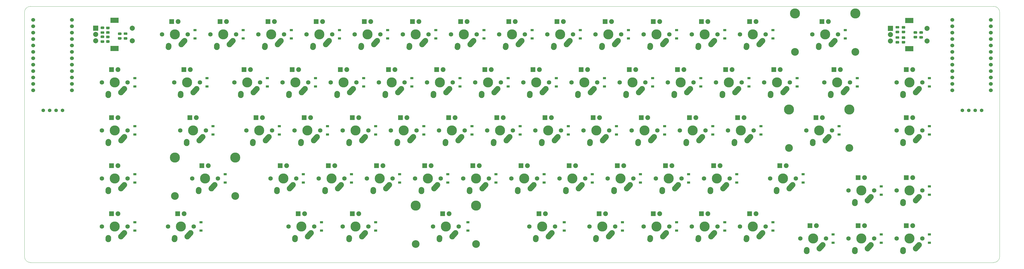
<source format=gbr>
%TF.GenerationSoftware,KiCad,Pcbnew,(5.1.9)-1*%
%TF.CreationDate,2021-05-03T17:40:34-07:00*%
%TF.ProjectId,USKB Final,55534b42-2046-4696-9e61-6c2e6b696361,rev?*%
%TF.SameCoordinates,Original*%
%TF.FileFunction,Soldermask,Bot*%
%TF.FilePolarity,Negative*%
%FSLAX46Y46*%
G04 Gerber Fmt 4.6, Leading zero omitted, Abs format (unit mm)*
G04 Created by KiCad (PCBNEW (5.1.9)-1) date 2021-05-03 17:40:34*
%MOMM*%
%LPD*%
G01*
G04 APERTURE LIST*
%TA.AperFunction,Profile*%
%ADD10C,0.050000*%
%TD*%
%ADD11C,3.987800*%
%ADD12C,3.048000*%
%ADD13C,1.750000*%
%ADD14R,1.905000X1.905000*%
%ADD15C,1.905000*%
%ADD16C,2.250000*%
%ADD17R,2.000000X2.000000*%
%ADD18C,2.000000*%
%ADD19R,3.200000X2.000000*%
%ADD20C,1.524000*%
%ADD21C,1.397000*%
%ADD22R,1.200000X0.900000*%
G04 APERTURE END LIST*
D10*
X19050000Y-25400000D02*
X400050000Y-25400000D01*
X19050000Y-127000000D02*
X19843750Y-127000000D01*
X19050000Y-127000000D02*
G75*
G02*
X16668750Y-124618750I0J2381250D01*
G01*
X16668750Y-27781250D02*
X16668750Y-124618750D01*
X16668750Y-27781250D02*
G75*
G02*
X19050000Y-25400000I2381250J0D01*
G01*
X400050000Y-127000000D02*
X19843750Y-127000000D01*
X402431250Y-124618750D02*
G75*
G02*
X400050000Y-127000000I-2381250J0D01*
G01*
X402431250Y-27781250D02*
X402431250Y-124618750D01*
X400050000Y-25400000D02*
G75*
G02*
X402431250Y-27781250I0J-2381250D01*
G01*
D11*
%TO.C,K_Backspace1*%
X321437000Y-28257500D03*
X345313000Y-28257500D03*
D12*
X321437000Y-43497500D03*
X345313000Y-43497500D03*
D13*
X328295000Y-36512500D03*
X338455000Y-36512500D03*
D14*
X332105000Y-31432500D03*
D15*
X334645000Y-31432500D03*
D16*
X335875000Y-40512500D03*
D11*
X333375000Y-36512500D03*
G36*
G01*
X337937772Y-38216462D02*
X337936317Y-38215155D01*
G75*
G02*
X338022345Y-39803817I-751317J-837345D01*
G01*
X336712343Y-41263817D01*
G75*
G02*
X335123681Y-41349845I-837345J751317D01*
G01*
X335123681Y-41349845D01*
G75*
G02*
X335037653Y-39761183I751317J837345D01*
G01*
X336347655Y-38301183D01*
G75*
G02*
X337936317Y-38215155I837345J-751317D01*
G01*
G37*
D16*
X330835000Y-41592500D03*
G36*
G01*
X330953476Y-39890240D02*
X330952403Y-39890166D01*
G75*
G02*
X331997334Y-41089903I-77403J-1122334D01*
G01*
X331957334Y-41669903D01*
G75*
G02*
X330757597Y-42714834I-1122334J77403D01*
G01*
X330757597Y-42714834D01*
G75*
G02*
X329712666Y-41515097I77403J1122334D01*
G01*
X329752666Y-40935097D01*
G75*
G02*
X330952403Y-39890166I1122334J-77403D01*
G01*
G37*
%TD*%
D11*
%TO.C,K_Space_2*%
X171418250Y-104457500D03*
X195294250Y-104457500D03*
D12*
X171418250Y-119697500D03*
X195294250Y-119697500D03*
D13*
X178276250Y-112712500D03*
X188436250Y-112712500D03*
D14*
X182086250Y-107632500D03*
D15*
X184626250Y-107632500D03*
D16*
X185856250Y-116712500D03*
D11*
X183356250Y-112712500D03*
G36*
G01*
X187919022Y-114416462D02*
X187917567Y-114415155D01*
G75*
G02*
X188003595Y-116003817I-751317J-837345D01*
G01*
X186693593Y-117463817D01*
G75*
G02*
X185104931Y-117549845I-837345J751317D01*
G01*
X185104931Y-117549845D01*
G75*
G02*
X185018903Y-115961183I751317J837345D01*
G01*
X186328905Y-114501183D01*
G75*
G02*
X187917567Y-114415155I837345J-751317D01*
G01*
G37*
D16*
X180816250Y-117792500D03*
G36*
G01*
X180934726Y-116090240D02*
X180933653Y-116090166D01*
G75*
G02*
X181978584Y-117289903I-77403J-1122334D01*
G01*
X181938584Y-117869903D01*
G75*
G02*
X180738847Y-118914834I-1122334J77403D01*
G01*
X180738847Y-118914834D01*
G75*
G02*
X179693916Y-117715097I77403J1122334D01*
G01*
X179733916Y-117135097D01*
G75*
G02*
X180933653Y-116090166I1122334J-77403D01*
G01*
G37*
%TD*%
D13*
%TO.C,K_Space_3*%
X216376250Y-112712500D03*
X226536250Y-112712500D03*
D14*
X220186250Y-107632500D03*
D15*
X222726250Y-107632500D03*
D16*
X223956250Y-116712500D03*
D11*
X221456250Y-112712500D03*
G36*
G01*
X226019022Y-114416462D02*
X226017567Y-114415155D01*
G75*
G02*
X226103595Y-116003817I-751317J-837345D01*
G01*
X224793593Y-117463817D01*
G75*
G02*
X223204931Y-117549845I-837345J751317D01*
G01*
X223204931Y-117549845D01*
G75*
G02*
X223118903Y-115961183I751317J837345D01*
G01*
X224428905Y-114501183D01*
G75*
G02*
X226017567Y-114415155I837345J-751317D01*
G01*
G37*
D16*
X218916250Y-117792500D03*
G36*
G01*
X219034726Y-116090240D02*
X219033653Y-116090166D01*
G75*
G02*
X220078584Y-117289903I-77403J-1122334D01*
G01*
X220038584Y-117869903D01*
G75*
G02*
X218838847Y-118914834I-1122334J77403D01*
G01*
X218838847Y-118914834D01*
G75*
G02*
X217793916Y-117715097I77403J1122334D01*
G01*
X217833916Y-117135097D01*
G75*
G02*
X219033653Y-116090166I1122334J-77403D01*
G01*
G37*
%TD*%
%TO.C,R1*%
G36*
G01*
X363912998Y-35039250D02*
X364813002Y-35039250D01*
G75*
G02*
X365063000Y-35289248I0J-249998D01*
G01*
X365063000Y-35814252D01*
G75*
G02*
X364813002Y-36064250I-249998J0D01*
G01*
X363912998Y-36064250D01*
G75*
G02*
X363663000Y-35814252I0J249998D01*
G01*
X363663000Y-35289248D01*
G75*
G02*
X363912998Y-35039250I249998J0D01*
G01*
G37*
G36*
G01*
X363912998Y-33214250D02*
X364813002Y-33214250D01*
G75*
G02*
X365063000Y-33464248I0J-249998D01*
G01*
X365063000Y-33989252D01*
G75*
G02*
X364813002Y-34239250I-249998J0D01*
G01*
X363912998Y-34239250D01*
G75*
G02*
X363663000Y-33989252I0J249998D01*
G01*
X363663000Y-33464248D01*
G75*
G02*
X363912998Y-33214250I249998J0D01*
G01*
G37*
%TD*%
%TO.C,R2*%
G36*
G01*
X364813002Y-38303250D02*
X363912998Y-38303250D01*
G75*
G02*
X363663000Y-38053252I0J249998D01*
G01*
X363663000Y-37528248D01*
G75*
G02*
X363912998Y-37278250I249998J0D01*
G01*
X364813002Y-37278250D01*
G75*
G02*
X365063000Y-37528248I0J-249998D01*
G01*
X365063000Y-38053252D01*
G75*
G02*
X364813002Y-38303250I-249998J0D01*
G01*
G37*
G36*
G01*
X364813002Y-40128250D02*
X363912998Y-40128250D01*
G75*
G02*
X363663000Y-39878252I0J249998D01*
G01*
X363663000Y-39353248D01*
G75*
G02*
X363912998Y-39103250I249998J0D01*
G01*
X364813002Y-39103250D01*
G75*
G02*
X365063000Y-39353248I0J-249998D01*
G01*
X365063000Y-39878252D01*
G75*
G02*
X364813002Y-40128250I-249998J0D01*
G01*
G37*
%TD*%
%TO.C,R3*%
G36*
G01*
X368611998Y-37094750D02*
X369512002Y-37094750D01*
G75*
G02*
X369762000Y-37344748I0J-249998D01*
G01*
X369762000Y-37869752D01*
G75*
G02*
X369512002Y-38119750I-249998J0D01*
G01*
X368611998Y-38119750D01*
G75*
G02*
X368362000Y-37869752I0J249998D01*
G01*
X368362000Y-37344748D01*
G75*
G02*
X368611998Y-37094750I249998J0D01*
G01*
G37*
G36*
G01*
X368611998Y-35269750D02*
X369512002Y-35269750D01*
G75*
G02*
X369762000Y-35519748I0J-249998D01*
G01*
X369762000Y-36044752D01*
G75*
G02*
X369512002Y-36294750I-249998J0D01*
G01*
X368611998Y-36294750D01*
G75*
G02*
X368362000Y-36044752I0J249998D01*
G01*
X368362000Y-35519748D01*
G75*
G02*
X368611998Y-35269750I249998J0D01*
G01*
G37*
%TD*%
%TO.C,C3*%
G36*
G01*
X371823000Y-36287250D02*
X370873000Y-36287250D01*
G75*
G02*
X370623000Y-36037250I0J250000D01*
G01*
X370623000Y-35537250D01*
G75*
G02*
X370873000Y-35287250I250000J0D01*
G01*
X371823000Y-35287250D01*
G75*
G02*
X372073000Y-35537250I0J-250000D01*
G01*
X372073000Y-36037250D01*
G75*
G02*
X371823000Y-36287250I-250000J0D01*
G01*
G37*
G36*
G01*
X371823000Y-38187250D02*
X370873000Y-38187250D01*
G75*
G02*
X370623000Y-37937250I0J250000D01*
G01*
X370623000Y-37437250D01*
G75*
G02*
X370873000Y-37187250I250000J0D01*
G01*
X371823000Y-37187250D01*
G75*
G02*
X372073000Y-37437250I0J-250000D01*
G01*
X372073000Y-37937250D01*
G75*
G02*
X371823000Y-38187250I-250000J0D01*
G01*
G37*
%TD*%
%TO.C,C2*%
G36*
G01*
X361475000Y-39153250D02*
X362425000Y-39153250D01*
G75*
G02*
X362675000Y-39403250I0J-250000D01*
G01*
X362675000Y-39903250D01*
G75*
G02*
X362425000Y-40153250I-250000J0D01*
G01*
X361475000Y-40153250D01*
G75*
G02*
X361225000Y-39903250I0J250000D01*
G01*
X361225000Y-39403250D01*
G75*
G02*
X361475000Y-39153250I250000J0D01*
G01*
G37*
G36*
G01*
X361475000Y-37253250D02*
X362425000Y-37253250D01*
G75*
G02*
X362675000Y-37503250I0J-250000D01*
G01*
X362675000Y-38003250D01*
G75*
G02*
X362425000Y-38253250I-250000J0D01*
G01*
X361475000Y-38253250D01*
G75*
G02*
X361225000Y-38003250I0J250000D01*
G01*
X361225000Y-37503250D01*
G75*
G02*
X361475000Y-37253250I250000J0D01*
G01*
G37*
%TD*%
%TO.C,C1*%
G36*
G01*
X362425000Y-34189250D02*
X361475000Y-34189250D01*
G75*
G02*
X361225000Y-33939250I0J250000D01*
G01*
X361225000Y-33439250D01*
G75*
G02*
X361475000Y-33189250I250000J0D01*
G01*
X362425000Y-33189250D01*
G75*
G02*
X362675000Y-33439250I0J-250000D01*
G01*
X362675000Y-33939250D01*
G75*
G02*
X362425000Y-34189250I-250000J0D01*
G01*
G37*
G36*
G01*
X362425000Y-36089250D02*
X361475000Y-36089250D01*
G75*
G02*
X361225000Y-35839250I0J250000D01*
G01*
X361225000Y-35339250D01*
G75*
G02*
X361475000Y-35089250I250000J0D01*
G01*
X362425000Y-35089250D01*
G75*
G02*
X362675000Y-35339250I0J-250000D01*
G01*
X362675000Y-35839250D01*
G75*
G02*
X362425000Y-36089250I-250000J0D01*
G01*
G37*
%TD*%
D17*
%TO.C,ENC1*%
X359187750Y-34131250D03*
D18*
X359187750Y-36631250D03*
X359187750Y-39131250D03*
D19*
X366687750Y-31031250D03*
X366687750Y-42231250D03*
D18*
X373687750Y-34131250D03*
X373687750Y-39131250D03*
%TD*%
D13*
%TO.C,K_Space_4*%
X240188750Y-112712500D03*
X250348750Y-112712500D03*
D14*
X243998750Y-107632500D03*
D15*
X246538750Y-107632500D03*
D16*
X247768750Y-116712500D03*
D11*
X245268750Y-112712500D03*
G36*
G01*
X249831522Y-114416462D02*
X249830067Y-114415155D01*
G75*
G02*
X249916095Y-116003817I-751317J-837345D01*
G01*
X248606093Y-117463817D01*
G75*
G02*
X247017431Y-117549845I-837345J751317D01*
G01*
X247017431Y-117549845D01*
G75*
G02*
X246931403Y-115961183I751317J837345D01*
G01*
X248241405Y-114501183D01*
G75*
G02*
X249830067Y-114415155I837345J-751317D01*
G01*
G37*
D16*
X242728750Y-117792500D03*
G36*
G01*
X242847226Y-116090240D02*
X242846153Y-116090166D01*
G75*
G02*
X243891084Y-117289903I-77403J-1122334D01*
G01*
X243851084Y-117869903D01*
G75*
G02*
X242651347Y-118914834I-1122334J77403D01*
G01*
X242651347Y-118914834D01*
G75*
G02*
X241606416Y-117715097I77403J1122334D01*
G01*
X241646416Y-117135097D01*
G75*
G02*
X242846153Y-116090166I1122334J-77403D01*
G01*
G37*
%TD*%
D13*
%TO.C,K_Space1*%
X142557500Y-112712500D03*
X152717500Y-112712500D03*
D14*
X146367500Y-107632500D03*
D15*
X148907500Y-107632500D03*
D16*
X150137500Y-116712500D03*
D11*
X147637500Y-112712500D03*
G36*
G01*
X152200272Y-114416462D02*
X152198817Y-114415155D01*
G75*
G02*
X152284845Y-116003817I-751317J-837345D01*
G01*
X150974843Y-117463817D01*
G75*
G02*
X149386181Y-117549845I-837345J751317D01*
G01*
X149386181Y-117549845D01*
G75*
G02*
X149300153Y-115961183I751317J837345D01*
G01*
X150610155Y-114501183D01*
G75*
G02*
X152198817Y-114415155I837345J-751317D01*
G01*
G37*
D16*
X145097500Y-117792500D03*
G36*
G01*
X145215976Y-116090240D02*
X145214903Y-116090166D01*
G75*
G02*
X146259834Y-117289903I-77403J-1122334D01*
G01*
X146219834Y-117869903D01*
G75*
G02*
X145020097Y-118914834I-1122334J77403D01*
G01*
X145020097Y-118914834D01*
G75*
G02*
X143975166Y-117715097I77403J1122334D01*
G01*
X144015166Y-117135097D01*
G75*
G02*
X145214903Y-116090166I1122334J-77403D01*
G01*
G37*
%TD*%
D20*
%TO.C,U1*%
X383710150Y-30765750D03*
X383710150Y-33305750D03*
X383710150Y-35845750D03*
X383710150Y-38385750D03*
X383710150Y-40925750D03*
X383710150Y-43465750D03*
X383710150Y-46005750D03*
X383710150Y-48545750D03*
X383710150Y-51085750D03*
X383710150Y-53625750D03*
X383710150Y-56165750D03*
X383710150Y-58705750D03*
X398930150Y-58705750D03*
X398930150Y-56165750D03*
X398930150Y-53625750D03*
X398930150Y-51085750D03*
X398930150Y-48545750D03*
X398930150Y-46005750D03*
X398930150Y-43465750D03*
X398930150Y-40925750D03*
X398930150Y-38385750D03*
X398930150Y-35845750D03*
X398930150Y-33305750D03*
X398930150Y-30765750D03*
%TD*%
%TO.C,L_U1*%
X35412650Y-30765750D03*
X35412650Y-33305750D03*
X35412650Y-35845750D03*
X35412650Y-38385750D03*
X35412650Y-40925750D03*
X35412650Y-43465750D03*
X35412650Y-46005750D03*
X35412650Y-48545750D03*
X35412650Y-51085750D03*
X35412650Y-53625750D03*
X35412650Y-56165750D03*
X35412650Y-58705750D03*
X20152650Y-58705750D03*
X20152650Y-56165750D03*
X20152650Y-53625750D03*
X20152650Y-51085750D03*
X20152650Y-48545750D03*
X20152650Y-46005750D03*
X20152650Y-43465750D03*
X20152650Y-40925750D03*
X20152650Y-38385750D03*
X20152650Y-35845750D03*
X20152650Y-33305750D03*
X20152650Y-30765750D03*
%TD*%
D13*
%TO.C,K_Caps1*%
X78263750Y-74612500D03*
X88423750Y-74612500D03*
D14*
X82073750Y-69532500D03*
D15*
X84613750Y-69532500D03*
D16*
X85843750Y-78612500D03*
D11*
X83343750Y-74612500D03*
G36*
G01*
X87906522Y-76316462D02*
X87905067Y-76315155D01*
G75*
G02*
X87991095Y-77903817I-751317J-837345D01*
G01*
X86681093Y-79363817D01*
G75*
G02*
X85092431Y-79449845I-837345J751317D01*
G01*
X85092431Y-79449845D01*
G75*
G02*
X85006403Y-77861183I751317J837345D01*
G01*
X86316405Y-76401183D01*
G75*
G02*
X87905067Y-76315155I837345J-751317D01*
G01*
G37*
D16*
X80803750Y-79692500D03*
G36*
G01*
X80922226Y-77990240D02*
X80921153Y-77990166D01*
G75*
G02*
X81966084Y-79189903I-77403J-1122334D01*
G01*
X81926084Y-79769903D01*
G75*
G02*
X80726347Y-80814834I-1122334J77403D01*
G01*
X80726347Y-80814834D01*
G75*
G02*
X79681416Y-79615097I77403J1122334D01*
G01*
X79721416Y-79035097D01*
G75*
G02*
X80921153Y-77990166I1122334J-77403D01*
G01*
G37*
%TD*%
D13*
%TO.C,K_Shift2*%
X311626250Y-93662500D03*
X321786250Y-93662500D03*
D14*
X315436250Y-88582500D03*
D15*
X317976250Y-88582500D03*
D16*
X319206250Y-97662500D03*
D11*
X316706250Y-93662500D03*
G36*
G01*
X321269022Y-95366462D02*
X321267567Y-95365155D01*
G75*
G02*
X321353595Y-96953817I-751317J-837345D01*
G01*
X320043593Y-98413817D01*
G75*
G02*
X318454931Y-98499845I-837345J751317D01*
G01*
X318454931Y-98499845D01*
G75*
G02*
X318368903Y-96911183I751317J837345D01*
G01*
X319678905Y-95451183D01*
G75*
G02*
X321267567Y-95365155I837345J-751317D01*
G01*
G37*
D16*
X314166250Y-98742500D03*
G36*
G01*
X314284726Y-97040240D02*
X314283653Y-97040166D01*
G75*
G02*
X315328584Y-98239903I-77403J-1122334D01*
G01*
X315288584Y-98819903D01*
G75*
G02*
X314088847Y-99864834I-1122334J77403D01*
G01*
X314088847Y-99864834D01*
G75*
G02*
X313043916Y-98665097I77403J1122334D01*
G01*
X313083916Y-98085097D01*
G75*
G02*
X314283653Y-97040166I1122334J-77403D01*
G01*
G37*
%TD*%
%TO.C,R6*%
G36*
G01*
X53905998Y-37579250D02*
X54806002Y-37579250D01*
G75*
G02*
X55056000Y-37829248I0J-249998D01*
G01*
X55056000Y-38354252D01*
G75*
G02*
X54806002Y-38604250I-249998J0D01*
G01*
X53905998Y-38604250D01*
G75*
G02*
X53656000Y-38354252I0J249998D01*
G01*
X53656000Y-37829248D01*
G75*
G02*
X53905998Y-37579250I249998J0D01*
G01*
G37*
G36*
G01*
X53905998Y-35754250D02*
X54806002Y-35754250D01*
G75*
G02*
X55056000Y-36004248I0J-249998D01*
G01*
X55056000Y-36529252D01*
G75*
G02*
X54806002Y-36779250I-249998J0D01*
G01*
X53905998Y-36779250D01*
G75*
G02*
X53656000Y-36529252I0J249998D01*
G01*
X53656000Y-36004248D01*
G75*
G02*
X53905998Y-35754250I249998J0D01*
G01*
G37*
%TD*%
%TO.C,R5*%
G36*
G01*
X50101922Y-38044170D02*
X49201918Y-38044170D01*
G75*
G02*
X48951920Y-37794172I0J249998D01*
G01*
X48951920Y-37269168D01*
G75*
G02*
X49201918Y-37019170I249998J0D01*
G01*
X50101922Y-37019170D01*
G75*
G02*
X50351920Y-37269168I0J-249998D01*
G01*
X50351920Y-37794172D01*
G75*
G02*
X50101922Y-38044170I-249998J0D01*
G01*
G37*
G36*
G01*
X50101922Y-39869170D02*
X49201918Y-39869170D01*
G75*
G02*
X48951920Y-39619172I0J249998D01*
G01*
X48951920Y-39094168D01*
G75*
G02*
X49201918Y-38844170I249998J0D01*
G01*
X50101922Y-38844170D01*
G75*
G02*
X50351920Y-39094168I0J-249998D01*
G01*
X50351920Y-39619172D01*
G75*
G02*
X50101922Y-39869170I-249998J0D01*
G01*
G37*
%TD*%
%TO.C,R4*%
G36*
G01*
X49201918Y-35267850D02*
X50101922Y-35267850D01*
G75*
G02*
X50351920Y-35517848I0J-249998D01*
G01*
X50351920Y-36042852D01*
G75*
G02*
X50101922Y-36292850I-249998J0D01*
G01*
X49201918Y-36292850D01*
G75*
G02*
X48951920Y-36042852I0J249998D01*
G01*
X48951920Y-35517848D01*
G75*
G02*
X49201918Y-35267850I249998J0D01*
G01*
G37*
G36*
G01*
X49201918Y-33442850D02*
X50101922Y-33442850D01*
G75*
G02*
X50351920Y-33692848I0J-249998D01*
G01*
X50351920Y-34217852D01*
G75*
G02*
X50101922Y-34467850I-249998J0D01*
G01*
X49201918Y-34467850D01*
G75*
G02*
X48951920Y-34217852I0J249998D01*
G01*
X48951920Y-33692848D01*
G75*
G02*
X49201918Y-33442850I249998J0D01*
G01*
G37*
%TD*%
D21*
%TO.C,OL1*%
X387667500Y-66675000D03*
X390207500Y-66675000D03*
X392747500Y-66675000D03*
X395287500Y-66675000D03*
%TD*%
%TO.C,L_OL1*%
X24130000Y-66675000D03*
X26670000Y-66675000D03*
X29210000Y-66675000D03*
X31750000Y-66675000D03*
%TD*%
D17*
%TO.C,L_ENC1*%
X44831000Y-34036000D03*
D18*
X44831000Y-36536000D03*
X44831000Y-39036000D03*
D19*
X52331000Y-30936000D03*
X52331000Y-42136000D03*
D18*
X59331000Y-34036000D03*
X59331000Y-39036000D03*
%TD*%
D13*
%TO.C,K_Z1*%
X113982500Y-93662500D03*
X124142500Y-93662500D03*
D14*
X117792500Y-88582500D03*
D15*
X120332500Y-88582500D03*
D16*
X121562500Y-97662500D03*
D11*
X119062500Y-93662500D03*
G36*
G01*
X123625272Y-95366462D02*
X123623817Y-95365155D01*
G75*
G02*
X123709845Y-96953817I-751317J-837345D01*
G01*
X122399843Y-98413817D01*
G75*
G02*
X120811181Y-98499845I-837345J751317D01*
G01*
X120811181Y-98499845D01*
G75*
G02*
X120725153Y-96911183I751317J837345D01*
G01*
X122035155Y-95451183D01*
G75*
G02*
X123623817Y-95365155I837345J-751317D01*
G01*
G37*
D16*
X116522500Y-98742500D03*
G36*
G01*
X116640976Y-97040240D02*
X116639903Y-97040166D01*
G75*
G02*
X117684834Y-98239903I-77403J-1122334D01*
G01*
X117644834Y-98819903D01*
G75*
G02*
X116445097Y-99864834I-1122334J77403D01*
G01*
X116445097Y-99864834D01*
G75*
G02*
X115400166Y-98665097I77403J1122334D01*
G01*
X115440166Y-98085097D01*
G75*
G02*
X116639903Y-97040166I1122334J-77403D01*
G01*
G37*
%TD*%
D13*
%TO.C,K_Y1*%
X194945000Y-55562500D03*
X205105000Y-55562500D03*
D14*
X198755000Y-50482500D03*
D15*
X201295000Y-50482500D03*
D16*
X202525000Y-59562500D03*
D11*
X200025000Y-55562500D03*
G36*
G01*
X204587772Y-57266462D02*
X204586317Y-57265155D01*
G75*
G02*
X204672345Y-58853817I-751317J-837345D01*
G01*
X203362343Y-60313817D01*
G75*
G02*
X201773681Y-60399845I-837345J751317D01*
G01*
X201773681Y-60399845D01*
G75*
G02*
X201687653Y-58811183I751317J837345D01*
G01*
X202997655Y-57351183D01*
G75*
G02*
X204586317Y-57265155I837345J-751317D01*
G01*
G37*
D16*
X197485000Y-60642500D03*
G36*
G01*
X197603476Y-58940240D02*
X197602403Y-58940166D01*
G75*
G02*
X198647334Y-60139903I-77403J-1122334D01*
G01*
X198607334Y-60719903D01*
G75*
G02*
X197407597Y-61764834I-1122334J77403D01*
G01*
X197407597Y-61764834D01*
G75*
G02*
X196362666Y-60565097I77403J1122334D01*
G01*
X196402666Y-59985097D01*
G75*
G02*
X197602403Y-58940166I1122334J-77403D01*
G01*
G37*
%TD*%
D13*
%TO.C,K_X1*%
X133032500Y-93662500D03*
X143192500Y-93662500D03*
D14*
X136842500Y-88582500D03*
D15*
X139382500Y-88582500D03*
D16*
X140612500Y-97662500D03*
D11*
X138112500Y-93662500D03*
G36*
G01*
X142675272Y-95366462D02*
X142673817Y-95365155D01*
G75*
G02*
X142759845Y-96953817I-751317J-837345D01*
G01*
X141449843Y-98413817D01*
G75*
G02*
X139861181Y-98499845I-837345J751317D01*
G01*
X139861181Y-98499845D01*
G75*
G02*
X139775153Y-96911183I751317J837345D01*
G01*
X141085155Y-95451183D01*
G75*
G02*
X142673817Y-95365155I837345J-751317D01*
G01*
G37*
D16*
X135572500Y-98742500D03*
G36*
G01*
X135690976Y-97040240D02*
X135689903Y-97040166D01*
G75*
G02*
X136734834Y-98239903I-77403J-1122334D01*
G01*
X136694834Y-98819903D01*
G75*
G02*
X135495097Y-99864834I-1122334J77403D01*
G01*
X135495097Y-99864834D01*
G75*
G02*
X134450166Y-98665097I77403J1122334D01*
G01*
X134490166Y-98085097D01*
G75*
G02*
X135689903Y-97040166I1122334J-77403D01*
G01*
G37*
%TD*%
D13*
%TO.C,K_Win1*%
X361632500Y-98425000D03*
X371792500Y-98425000D03*
D14*
X365442500Y-93345000D03*
D15*
X367982500Y-93345000D03*
D16*
X369212500Y-102425000D03*
D11*
X366712500Y-98425000D03*
G36*
G01*
X371275272Y-100128962D02*
X371273817Y-100127655D01*
G75*
G02*
X371359845Y-101716317I-751317J-837345D01*
G01*
X370049843Y-103176317D01*
G75*
G02*
X368461181Y-103262345I-837345J751317D01*
G01*
X368461181Y-103262345D01*
G75*
G02*
X368375153Y-101673683I751317J837345D01*
G01*
X369685155Y-100213683D01*
G75*
G02*
X371273817Y-100127655I837345J-751317D01*
G01*
G37*
D16*
X364172500Y-103505000D03*
G36*
G01*
X364290976Y-101802740D02*
X364289903Y-101802666D01*
G75*
G02*
X365334834Y-103002403I-77403J-1122334D01*
G01*
X365294834Y-103582403D01*
G75*
G02*
X364095097Y-104627334I-1122334J77403D01*
G01*
X364095097Y-104627334D01*
G75*
G02*
X363050166Y-103427597I77403J1122334D01*
G01*
X363090166Y-102847597D01*
G75*
G02*
X364289903Y-101802666I1122334J-77403D01*
G01*
G37*
%TD*%
D13*
%TO.C,K_W1*%
X118745000Y-55562500D03*
X128905000Y-55562500D03*
D14*
X122555000Y-50482500D03*
D15*
X125095000Y-50482500D03*
D16*
X126325000Y-59562500D03*
D11*
X123825000Y-55562500D03*
G36*
G01*
X128387772Y-57266462D02*
X128386317Y-57265155D01*
G75*
G02*
X128472345Y-58853817I-751317J-837345D01*
G01*
X127162343Y-60313817D01*
G75*
G02*
X125573681Y-60399845I-837345J751317D01*
G01*
X125573681Y-60399845D01*
G75*
G02*
X125487653Y-58811183I751317J837345D01*
G01*
X126797655Y-57351183D01*
G75*
G02*
X128386317Y-57265155I837345J-751317D01*
G01*
G37*
D16*
X121285000Y-60642500D03*
G36*
G01*
X121403476Y-58940240D02*
X121402403Y-58940166D01*
G75*
G02*
X122447334Y-60139903I-77403J-1122334D01*
G01*
X122407334Y-60719903D01*
G75*
G02*
X121207597Y-61764834I-1122334J77403D01*
G01*
X121207597Y-61764834D01*
G75*
G02*
X120162666Y-60565097I77403J1122334D01*
G01*
X120202666Y-59985097D01*
G75*
G02*
X121402403Y-58940166I1122334J-77403D01*
G01*
G37*
%TD*%
D13*
%TO.C,K_V1*%
X171132500Y-93662500D03*
X181292500Y-93662500D03*
D14*
X174942500Y-88582500D03*
D15*
X177482500Y-88582500D03*
D16*
X178712500Y-97662500D03*
D11*
X176212500Y-93662500D03*
G36*
G01*
X180775272Y-95366462D02*
X180773817Y-95365155D01*
G75*
G02*
X180859845Y-96953817I-751317J-837345D01*
G01*
X179549843Y-98413817D01*
G75*
G02*
X177961181Y-98499845I-837345J751317D01*
G01*
X177961181Y-98499845D01*
G75*
G02*
X177875153Y-96911183I751317J837345D01*
G01*
X179185155Y-95451183D01*
G75*
G02*
X180773817Y-95365155I837345J-751317D01*
G01*
G37*
D16*
X173672500Y-98742500D03*
G36*
G01*
X173790976Y-97040240D02*
X173789903Y-97040166D01*
G75*
G02*
X174834834Y-98239903I-77403J-1122334D01*
G01*
X174794834Y-98819903D01*
G75*
G02*
X173595097Y-99864834I-1122334J77403D01*
G01*
X173595097Y-99864834D01*
G75*
G02*
X172550166Y-98665097I77403J1122334D01*
G01*
X172590166Y-98085097D01*
G75*
G02*
X173789903Y-97040166I1122334J-77403D01*
G01*
G37*
%TD*%
D13*
%TO.C,K_UArrow1*%
X342582500Y-98425000D03*
X352742500Y-98425000D03*
D14*
X346392500Y-93345000D03*
D15*
X348932500Y-93345000D03*
D16*
X350162500Y-102425000D03*
D11*
X347662500Y-98425000D03*
G36*
G01*
X352225272Y-100128962D02*
X352223817Y-100127655D01*
G75*
G02*
X352309845Y-101716317I-751317J-837345D01*
G01*
X350999843Y-103176317D01*
G75*
G02*
X349411181Y-103262345I-837345J751317D01*
G01*
X349411181Y-103262345D01*
G75*
G02*
X349325153Y-101673683I751317J837345D01*
G01*
X350635155Y-100213683D01*
G75*
G02*
X352223817Y-100127655I837345J-751317D01*
G01*
G37*
D16*
X345122500Y-103505000D03*
G36*
G01*
X345240976Y-101802740D02*
X345239903Y-101802666D01*
G75*
G02*
X346284834Y-103002403I-77403J-1122334D01*
G01*
X346244834Y-103582403D01*
G75*
G02*
X345045097Y-104627334I-1122334J77403D01*
G01*
X345045097Y-104627334D01*
G75*
G02*
X344000166Y-103427597I77403J1122334D01*
G01*
X344040166Y-102847597D01*
G75*
G02*
X345239903Y-101802666I1122334J-77403D01*
G01*
G37*
%TD*%
D13*
%TO.C,K_U1*%
X213995000Y-55562500D03*
X224155000Y-55562500D03*
D14*
X217805000Y-50482500D03*
D15*
X220345000Y-50482500D03*
D16*
X221575000Y-59562500D03*
D11*
X219075000Y-55562500D03*
G36*
G01*
X223637772Y-57266462D02*
X223636317Y-57265155D01*
G75*
G02*
X223722345Y-58853817I-751317J-837345D01*
G01*
X222412343Y-60313817D01*
G75*
G02*
X220823681Y-60399845I-837345J751317D01*
G01*
X220823681Y-60399845D01*
G75*
G02*
X220737653Y-58811183I751317J837345D01*
G01*
X222047655Y-57351183D01*
G75*
G02*
X223636317Y-57265155I837345J-751317D01*
G01*
G37*
D16*
X216535000Y-60642500D03*
G36*
G01*
X216653476Y-58940240D02*
X216652403Y-58940166D01*
G75*
G02*
X217697334Y-60139903I-77403J-1122334D01*
G01*
X217657334Y-60719903D01*
G75*
G02*
X216457597Y-61764834I-1122334J77403D01*
G01*
X216457597Y-61764834D01*
G75*
G02*
X215412666Y-60565097I77403J1122334D01*
G01*
X215452666Y-59985097D01*
G75*
G02*
X216652403Y-58940166I1122334J-77403D01*
G01*
G37*
%TD*%
D13*
%TO.C,K_Tab1*%
X75882500Y-55562500D03*
X86042500Y-55562500D03*
D14*
X79692500Y-50482500D03*
D15*
X82232500Y-50482500D03*
D16*
X83462500Y-59562500D03*
D11*
X80962500Y-55562500D03*
G36*
G01*
X85525272Y-57266462D02*
X85523817Y-57265155D01*
G75*
G02*
X85609845Y-58853817I-751317J-837345D01*
G01*
X84299843Y-60313817D01*
G75*
G02*
X82711181Y-60399845I-837345J751317D01*
G01*
X82711181Y-60399845D01*
G75*
G02*
X82625153Y-58811183I751317J837345D01*
G01*
X83935155Y-57351183D01*
G75*
G02*
X85523817Y-57265155I837345J-751317D01*
G01*
G37*
D16*
X78422500Y-60642500D03*
G36*
G01*
X78540976Y-58940240D02*
X78539903Y-58940166D01*
G75*
G02*
X79584834Y-60139903I-77403J-1122334D01*
G01*
X79544834Y-60719903D01*
G75*
G02*
X78345097Y-61764834I-1122334J77403D01*
G01*
X78345097Y-61764834D01*
G75*
G02*
X77300166Y-60565097I77403J1122334D01*
G01*
X77340166Y-59985097D01*
G75*
G02*
X78539903Y-58940166I1122334J-77403D01*
G01*
G37*
%TD*%
D13*
%TO.C,K_T1*%
X175895000Y-55562500D03*
X186055000Y-55562500D03*
D14*
X179705000Y-50482500D03*
D15*
X182245000Y-50482500D03*
D16*
X183475000Y-59562500D03*
D11*
X180975000Y-55562500D03*
G36*
G01*
X185537772Y-57266462D02*
X185536317Y-57265155D01*
G75*
G02*
X185622345Y-58853817I-751317J-837345D01*
G01*
X184312343Y-60313817D01*
G75*
G02*
X182723681Y-60399845I-837345J751317D01*
G01*
X182723681Y-60399845D01*
G75*
G02*
X182637653Y-58811183I751317J837345D01*
G01*
X183947655Y-57351183D01*
G75*
G02*
X185536317Y-57265155I837345J-751317D01*
G01*
G37*
D16*
X178435000Y-60642500D03*
G36*
G01*
X178553476Y-58940240D02*
X178552403Y-58940166D01*
G75*
G02*
X179597334Y-60139903I-77403J-1122334D01*
G01*
X179557334Y-60719903D01*
G75*
G02*
X178357597Y-61764834I-1122334J77403D01*
G01*
X178357597Y-61764834D01*
G75*
G02*
X177312666Y-60565097I77403J1122334D01*
G01*
X177352666Y-59985097D01*
G75*
G02*
X178552403Y-58940166I1122334J-77403D01*
G01*
G37*
%TD*%
D13*
%TO.C,K_Slash1*%
X285432500Y-93662500D03*
X295592500Y-93662500D03*
D14*
X289242500Y-88582500D03*
D15*
X291782500Y-88582500D03*
D16*
X293012500Y-97662500D03*
D11*
X290512500Y-93662500D03*
G36*
G01*
X295075272Y-95366462D02*
X295073817Y-95365155D01*
G75*
G02*
X295159845Y-96953817I-751317J-837345D01*
G01*
X293849843Y-98413817D01*
G75*
G02*
X292261181Y-98499845I-837345J751317D01*
G01*
X292261181Y-98499845D01*
G75*
G02*
X292175153Y-96911183I751317J837345D01*
G01*
X293485155Y-95451183D01*
G75*
G02*
X295073817Y-95365155I837345J-751317D01*
G01*
G37*
D16*
X287972500Y-98742500D03*
G36*
G01*
X288090976Y-97040240D02*
X288089903Y-97040166D01*
G75*
G02*
X289134834Y-98239903I-77403J-1122334D01*
G01*
X289094834Y-98819903D01*
G75*
G02*
X287895097Y-99864834I-1122334J77403D01*
G01*
X287895097Y-99864834D01*
G75*
G02*
X286850166Y-98665097I77403J1122334D01*
G01*
X286890166Y-98085097D01*
G75*
G02*
X288089903Y-97040166I1122334J-77403D01*
G01*
G37*
%TD*%
D11*
%TO.C,K_Shift1*%
X76168250Y-85407500D03*
X100044250Y-85407500D03*
D12*
X76168250Y-100647500D03*
X100044250Y-100647500D03*
D13*
X83026250Y-93662500D03*
X93186250Y-93662500D03*
D14*
X86836250Y-88582500D03*
D15*
X89376250Y-88582500D03*
D16*
X90606250Y-97662500D03*
D11*
X88106250Y-93662500D03*
G36*
G01*
X92669022Y-95366462D02*
X92667567Y-95365155D01*
G75*
G02*
X92753595Y-96953817I-751317J-837345D01*
G01*
X91443593Y-98413817D01*
G75*
G02*
X89854931Y-98499845I-837345J751317D01*
G01*
X89854931Y-98499845D01*
G75*
G02*
X89768903Y-96911183I751317J837345D01*
G01*
X91078905Y-95451183D01*
G75*
G02*
X92667567Y-95365155I837345J-751317D01*
G01*
G37*
D16*
X85566250Y-98742500D03*
G36*
G01*
X85684726Y-97040240D02*
X85683653Y-97040166D01*
G75*
G02*
X86728584Y-98239903I-77403J-1122334D01*
G01*
X86688584Y-98819903D01*
G75*
G02*
X85488847Y-99864834I-1122334J77403D01*
G01*
X85488847Y-99864834D01*
G75*
G02*
X84443916Y-98665097I77403J1122334D01*
G01*
X84483916Y-98085097D01*
G75*
G02*
X85683653Y-97040166I1122334J-77403D01*
G01*
G37*
%TD*%
D13*
%TO.C,K_S1*%
X123507500Y-74612500D03*
X133667500Y-74612500D03*
D14*
X127317500Y-69532500D03*
D15*
X129857500Y-69532500D03*
D16*
X131087500Y-78612500D03*
D11*
X128587500Y-74612500D03*
G36*
G01*
X133150272Y-76316462D02*
X133148817Y-76315155D01*
G75*
G02*
X133234845Y-77903817I-751317J-837345D01*
G01*
X131924843Y-79363817D01*
G75*
G02*
X130336181Y-79449845I-837345J751317D01*
G01*
X130336181Y-79449845D01*
G75*
G02*
X130250153Y-77861183I751317J837345D01*
G01*
X131560155Y-76401183D01*
G75*
G02*
X133148817Y-76315155I837345J-751317D01*
G01*
G37*
D16*
X126047500Y-79692500D03*
G36*
G01*
X126165976Y-77990240D02*
X126164903Y-77990166D01*
G75*
G02*
X127209834Y-79189903I-77403J-1122334D01*
G01*
X127169834Y-79769903D01*
G75*
G02*
X125970097Y-80814834I-1122334J77403D01*
G01*
X125970097Y-80814834D01*
G75*
G02*
X124925166Y-79615097I77403J1122334D01*
G01*
X124965166Y-79035097D01*
G75*
G02*
X126164903Y-77990166I1122334J-77403D01*
G01*
G37*
%TD*%
D13*
%TO.C,K_RThan1*%
X266382500Y-93662500D03*
X276542500Y-93662500D03*
D14*
X270192500Y-88582500D03*
D15*
X272732500Y-88582500D03*
D16*
X273962500Y-97662500D03*
D11*
X271462500Y-93662500D03*
G36*
G01*
X276025272Y-95366462D02*
X276023817Y-95365155D01*
G75*
G02*
X276109845Y-96953817I-751317J-837345D01*
G01*
X274799843Y-98413817D01*
G75*
G02*
X273211181Y-98499845I-837345J751317D01*
G01*
X273211181Y-98499845D01*
G75*
G02*
X273125153Y-96911183I751317J837345D01*
G01*
X274435155Y-95451183D01*
G75*
G02*
X276023817Y-95365155I837345J-751317D01*
G01*
G37*
D16*
X268922500Y-98742500D03*
G36*
G01*
X269040976Y-97040240D02*
X269039903Y-97040166D01*
G75*
G02*
X270084834Y-98239903I-77403J-1122334D01*
G01*
X270044834Y-98819903D01*
G75*
G02*
X268845097Y-99864834I-1122334J77403D01*
G01*
X268845097Y-99864834D01*
G75*
G02*
X267800166Y-98665097I77403J1122334D01*
G01*
X267840166Y-98085097D01*
G75*
G02*
X269039903Y-97040166I1122334J-77403D01*
G01*
G37*
%TD*%
D13*
%TO.C,K_RBrace1*%
X309245000Y-55562500D03*
X319405000Y-55562500D03*
D14*
X313055000Y-50482500D03*
D15*
X315595000Y-50482500D03*
D16*
X316825000Y-59562500D03*
D11*
X314325000Y-55562500D03*
G36*
G01*
X318887772Y-57266462D02*
X318886317Y-57265155D01*
G75*
G02*
X318972345Y-58853817I-751317J-837345D01*
G01*
X317662343Y-60313817D01*
G75*
G02*
X316073681Y-60399845I-837345J751317D01*
G01*
X316073681Y-60399845D01*
G75*
G02*
X315987653Y-58811183I751317J837345D01*
G01*
X317297655Y-57351183D01*
G75*
G02*
X318886317Y-57265155I837345J-751317D01*
G01*
G37*
D16*
X311785000Y-60642500D03*
G36*
G01*
X311903476Y-58940240D02*
X311902403Y-58940166D01*
G75*
G02*
X312947334Y-60139903I-77403J-1122334D01*
G01*
X312907334Y-60719903D01*
G75*
G02*
X311707597Y-61764834I-1122334J77403D01*
G01*
X311707597Y-61764834D01*
G75*
G02*
X310662666Y-60565097I77403J1122334D01*
G01*
X310702666Y-59985097D01*
G75*
G02*
X311902403Y-58940166I1122334J-77403D01*
G01*
G37*
%TD*%
D13*
%TO.C,K_RArrow1*%
X361632500Y-117475000D03*
X371792500Y-117475000D03*
D14*
X365442500Y-112395000D03*
D15*
X367982500Y-112395000D03*
D16*
X369212500Y-121475000D03*
D11*
X366712500Y-117475000D03*
G36*
G01*
X371275272Y-119178962D02*
X371273817Y-119177655D01*
G75*
G02*
X371359845Y-120766317I-751317J-837345D01*
G01*
X370049843Y-122226317D01*
G75*
G02*
X368461181Y-122312345I-837345J751317D01*
G01*
X368461181Y-122312345D01*
G75*
G02*
X368375153Y-120723683I751317J837345D01*
G01*
X369685155Y-119263683D01*
G75*
G02*
X371273817Y-119177655I837345J-751317D01*
G01*
G37*
D16*
X364172500Y-122555000D03*
G36*
G01*
X364290976Y-120852740D02*
X364289903Y-120852666D01*
G75*
G02*
X365334834Y-122052403I-77403J-1122334D01*
G01*
X365294834Y-122632403D01*
G75*
G02*
X364095097Y-123677334I-1122334J77403D01*
G01*
X364095097Y-123677334D01*
G75*
G02*
X363050166Y-122477597I77403J1122334D01*
G01*
X363090166Y-121897597D01*
G75*
G02*
X364289903Y-120852666I1122334J-77403D01*
G01*
G37*
%TD*%
D13*
%TO.C,K_R1*%
X156845000Y-55562500D03*
X167005000Y-55562500D03*
D14*
X160655000Y-50482500D03*
D15*
X163195000Y-50482500D03*
D16*
X164425000Y-59562500D03*
D11*
X161925000Y-55562500D03*
G36*
G01*
X166487772Y-57266462D02*
X166486317Y-57265155D01*
G75*
G02*
X166572345Y-58853817I-751317J-837345D01*
G01*
X165262343Y-60313817D01*
G75*
G02*
X163673681Y-60399845I-837345J751317D01*
G01*
X163673681Y-60399845D01*
G75*
G02*
X163587653Y-58811183I751317J837345D01*
G01*
X164897655Y-57351183D01*
G75*
G02*
X166486317Y-57265155I837345J-751317D01*
G01*
G37*
D16*
X159385000Y-60642500D03*
G36*
G01*
X159503476Y-58940240D02*
X159502403Y-58940166D01*
G75*
G02*
X160547334Y-60139903I-77403J-1122334D01*
G01*
X160507334Y-60719903D01*
G75*
G02*
X159307597Y-61764834I-1122334J77403D01*
G01*
X159307597Y-61764834D01*
G75*
G02*
X158262666Y-60565097I77403J1122334D01*
G01*
X158302666Y-59985097D01*
G75*
G02*
X159502403Y-58940166I1122334J-77403D01*
G01*
G37*
%TD*%
D13*
%TO.C,K_Q1*%
X99695000Y-55562500D03*
X109855000Y-55562500D03*
D14*
X103505000Y-50482500D03*
D15*
X106045000Y-50482500D03*
D16*
X107275000Y-59562500D03*
D11*
X104775000Y-55562500D03*
G36*
G01*
X109337772Y-57266462D02*
X109336317Y-57265155D01*
G75*
G02*
X109422345Y-58853817I-751317J-837345D01*
G01*
X108112343Y-60313817D01*
G75*
G02*
X106523681Y-60399845I-837345J751317D01*
G01*
X106523681Y-60399845D01*
G75*
G02*
X106437653Y-58811183I751317J837345D01*
G01*
X107747655Y-57351183D01*
G75*
G02*
X109336317Y-57265155I837345J-751317D01*
G01*
G37*
D16*
X102235000Y-60642500D03*
G36*
G01*
X102353476Y-58940240D02*
X102352403Y-58940166D01*
G75*
G02*
X103397334Y-60139903I-77403J-1122334D01*
G01*
X103357334Y-60719903D01*
G75*
G02*
X102157597Y-61764834I-1122334J77403D01*
G01*
X102157597Y-61764834D01*
G75*
G02*
X101112666Y-60565097I77403J1122334D01*
G01*
X101152666Y-59985097D01*
G75*
G02*
X102352403Y-58940166I1122334J-77403D01*
G01*
G37*
%TD*%
D13*
%TO.C,K_Plus1*%
X299720000Y-36512500D03*
X309880000Y-36512500D03*
D14*
X303530000Y-31432500D03*
D15*
X306070000Y-31432500D03*
D16*
X307300000Y-40512500D03*
D11*
X304800000Y-36512500D03*
G36*
G01*
X309362772Y-38216462D02*
X309361317Y-38215155D01*
G75*
G02*
X309447345Y-39803817I-751317J-837345D01*
G01*
X308137343Y-41263817D01*
G75*
G02*
X306548681Y-41349845I-837345J751317D01*
G01*
X306548681Y-41349845D01*
G75*
G02*
X306462653Y-39761183I751317J837345D01*
G01*
X307772655Y-38301183D01*
G75*
G02*
X309361317Y-38215155I837345J-751317D01*
G01*
G37*
D16*
X302260000Y-41592500D03*
G36*
G01*
X302378476Y-39890240D02*
X302377403Y-39890166D01*
G75*
G02*
X303422334Y-41089903I-77403J-1122334D01*
G01*
X303382334Y-41669903D01*
G75*
G02*
X302182597Y-42714834I-1122334J77403D01*
G01*
X302182597Y-42714834D01*
G75*
G02*
X301137666Y-41515097I77403J1122334D01*
G01*
X301177666Y-40935097D01*
G75*
G02*
X302377403Y-39890166I1122334J-77403D01*
G01*
G37*
%TD*%
D13*
%TO.C,K_P1*%
X271145000Y-55562500D03*
X281305000Y-55562500D03*
D14*
X274955000Y-50482500D03*
D15*
X277495000Y-50482500D03*
D16*
X278725000Y-59562500D03*
D11*
X276225000Y-55562500D03*
G36*
G01*
X280787772Y-57266462D02*
X280786317Y-57265155D01*
G75*
G02*
X280872345Y-58853817I-751317J-837345D01*
G01*
X279562343Y-60313817D01*
G75*
G02*
X277973681Y-60399845I-837345J751317D01*
G01*
X277973681Y-60399845D01*
G75*
G02*
X277887653Y-58811183I751317J837345D01*
G01*
X279197655Y-57351183D01*
G75*
G02*
X280786317Y-57265155I837345J-751317D01*
G01*
G37*
D16*
X273685000Y-60642500D03*
G36*
G01*
X273803476Y-58940240D02*
X273802403Y-58940166D01*
G75*
G02*
X274847334Y-60139903I-77403J-1122334D01*
G01*
X274807334Y-60719903D01*
G75*
G02*
X273607597Y-61764834I-1122334J77403D01*
G01*
X273607597Y-61764834D01*
G75*
G02*
X272562666Y-60565097I77403J1122334D01*
G01*
X272602666Y-59985097D01*
G75*
G02*
X273802403Y-58940166I1122334J-77403D01*
G01*
G37*
%TD*%
D13*
%TO.C,K_O1*%
X252095000Y-55562500D03*
X262255000Y-55562500D03*
D14*
X255905000Y-50482500D03*
D15*
X258445000Y-50482500D03*
D16*
X259675000Y-59562500D03*
D11*
X257175000Y-55562500D03*
G36*
G01*
X261737772Y-57266462D02*
X261736317Y-57265155D01*
G75*
G02*
X261822345Y-58853817I-751317J-837345D01*
G01*
X260512343Y-60313817D01*
G75*
G02*
X258923681Y-60399845I-837345J751317D01*
G01*
X258923681Y-60399845D01*
G75*
G02*
X258837653Y-58811183I751317J837345D01*
G01*
X260147655Y-57351183D01*
G75*
G02*
X261736317Y-57265155I837345J-751317D01*
G01*
G37*
D16*
X254635000Y-60642500D03*
G36*
G01*
X254753476Y-58940240D02*
X254752403Y-58940166D01*
G75*
G02*
X255797334Y-60139903I-77403J-1122334D01*
G01*
X255757334Y-60719903D01*
G75*
G02*
X254557597Y-61764834I-1122334J77403D01*
G01*
X254557597Y-61764834D01*
G75*
G02*
X253512666Y-60565097I77403J1122334D01*
G01*
X253552666Y-59985097D01*
G75*
G02*
X254752403Y-58940166I1122334J-77403D01*
G01*
G37*
%TD*%
D13*
%TO.C,K_Num9*%
X242570000Y-36512500D03*
X252730000Y-36512500D03*
D14*
X246380000Y-31432500D03*
D15*
X248920000Y-31432500D03*
D16*
X250150000Y-40512500D03*
D11*
X247650000Y-36512500D03*
G36*
G01*
X252212772Y-38216462D02*
X252211317Y-38215155D01*
G75*
G02*
X252297345Y-39803817I-751317J-837345D01*
G01*
X250987343Y-41263817D01*
G75*
G02*
X249398681Y-41349845I-837345J751317D01*
G01*
X249398681Y-41349845D01*
G75*
G02*
X249312653Y-39761183I751317J837345D01*
G01*
X250622655Y-38301183D01*
G75*
G02*
X252211317Y-38215155I837345J-751317D01*
G01*
G37*
D16*
X245110000Y-41592500D03*
G36*
G01*
X245228476Y-39890240D02*
X245227403Y-39890166D01*
G75*
G02*
X246272334Y-41089903I-77403J-1122334D01*
G01*
X246232334Y-41669903D01*
G75*
G02*
X245032597Y-42714834I-1122334J77403D01*
G01*
X245032597Y-42714834D01*
G75*
G02*
X243987666Y-41515097I77403J1122334D01*
G01*
X244027666Y-40935097D01*
G75*
G02*
X245227403Y-39890166I1122334J-77403D01*
G01*
G37*
%TD*%
D13*
%TO.C,K_Num8*%
X223520000Y-36512500D03*
X233680000Y-36512500D03*
D14*
X227330000Y-31432500D03*
D15*
X229870000Y-31432500D03*
D16*
X231100000Y-40512500D03*
D11*
X228600000Y-36512500D03*
G36*
G01*
X233162772Y-38216462D02*
X233161317Y-38215155D01*
G75*
G02*
X233247345Y-39803817I-751317J-837345D01*
G01*
X231937343Y-41263817D01*
G75*
G02*
X230348681Y-41349845I-837345J751317D01*
G01*
X230348681Y-41349845D01*
G75*
G02*
X230262653Y-39761183I751317J837345D01*
G01*
X231572655Y-38301183D01*
G75*
G02*
X233161317Y-38215155I837345J-751317D01*
G01*
G37*
D16*
X226060000Y-41592500D03*
G36*
G01*
X226178476Y-39890240D02*
X226177403Y-39890166D01*
G75*
G02*
X227222334Y-41089903I-77403J-1122334D01*
G01*
X227182334Y-41669903D01*
G75*
G02*
X225982597Y-42714834I-1122334J77403D01*
G01*
X225982597Y-42714834D01*
G75*
G02*
X224937666Y-41515097I77403J1122334D01*
G01*
X224977666Y-40935097D01*
G75*
G02*
X226177403Y-39890166I1122334J-77403D01*
G01*
G37*
%TD*%
D13*
%TO.C,K_Num7*%
X204470000Y-36512500D03*
X214630000Y-36512500D03*
D14*
X208280000Y-31432500D03*
D15*
X210820000Y-31432500D03*
D16*
X212050000Y-40512500D03*
D11*
X209550000Y-36512500D03*
G36*
G01*
X214112772Y-38216462D02*
X214111317Y-38215155D01*
G75*
G02*
X214197345Y-39803817I-751317J-837345D01*
G01*
X212887343Y-41263817D01*
G75*
G02*
X211298681Y-41349845I-837345J751317D01*
G01*
X211298681Y-41349845D01*
G75*
G02*
X211212653Y-39761183I751317J837345D01*
G01*
X212522655Y-38301183D01*
G75*
G02*
X214111317Y-38215155I837345J-751317D01*
G01*
G37*
D16*
X207010000Y-41592500D03*
G36*
G01*
X207128476Y-39890240D02*
X207127403Y-39890166D01*
G75*
G02*
X208172334Y-41089903I-77403J-1122334D01*
G01*
X208132334Y-41669903D01*
G75*
G02*
X206932597Y-42714834I-1122334J77403D01*
G01*
X206932597Y-42714834D01*
G75*
G02*
X205887666Y-41515097I77403J1122334D01*
G01*
X205927666Y-40935097D01*
G75*
G02*
X207127403Y-39890166I1122334J-77403D01*
G01*
G37*
%TD*%
D13*
%TO.C,K_Num6*%
X185420000Y-36512500D03*
X195580000Y-36512500D03*
D14*
X189230000Y-31432500D03*
D15*
X191770000Y-31432500D03*
D16*
X193000000Y-40512500D03*
D11*
X190500000Y-36512500D03*
G36*
G01*
X195062772Y-38216462D02*
X195061317Y-38215155D01*
G75*
G02*
X195147345Y-39803817I-751317J-837345D01*
G01*
X193837343Y-41263817D01*
G75*
G02*
X192248681Y-41349845I-837345J751317D01*
G01*
X192248681Y-41349845D01*
G75*
G02*
X192162653Y-39761183I751317J837345D01*
G01*
X193472655Y-38301183D01*
G75*
G02*
X195061317Y-38215155I837345J-751317D01*
G01*
G37*
D16*
X187960000Y-41592500D03*
G36*
G01*
X188078476Y-39890240D02*
X188077403Y-39890166D01*
G75*
G02*
X189122334Y-41089903I-77403J-1122334D01*
G01*
X189082334Y-41669903D01*
G75*
G02*
X187882597Y-42714834I-1122334J77403D01*
G01*
X187882597Y-42714834D01*
G75*
G02*
X186837666Y-41515097I77403J1122334D01*
G01*
X186877666Y-40935097D01*
G75*
G02*
X188077403Y-39890166I1122334J-77403D01*
G01*
G37*
%TD*%
D13*
%TO.C,K_Num5*%
X166370000Y-36512500D03*
X176530000Y-36512500D03*
D14*
X170180000Y-31432500D03*
D15*
X172720000Y-31432500D03*
D16*
X173950000Y-40512500D03*
D11*
X171450000Y-36512500D03*
G36*
G01*
X176012772Y-38216462D02*
X176011317Y-38215155D01*
G75*
G02*
X176097345Y-39803817I-751317J-837345D01*
G01*
X174787343Y-41263817D01*
G75*
G02*
X173198681Y-41349845I-837345J751317D01*
G01*
X173198681Y-41349845D01*
G75*
G02*
X173112653Y-39761183I751317J837345D01*
G01*
X174422655Y-38301183D01*
G75*
G02*
X176011317Y-38215155I837345J-751317D01*
G01*
G37*
D16*
X168910000Y-41592500D03*
G36*
G01*
X169028476Y-39890240D02*
X169027403Y-39890166D01*
G75*
G02*
X170072334Y-41089903I-77403J-1122334D01*
G01*
X170032334Y-41669903D01*
G75*
G02*
X168832597Y-42714834I-1122334J77403D01*
G01*
X168832597Y-42714834D01*
G75*
G02*
X167787666Y-41515097I77403J1122334D01*
G01*
X167827666Y-40935097D01*
G75*
G02*
X169027403Y-39890166I1122334J-77403D01*
G01*
G37*
%TD*%
D13*
%TO.C,K_Num4*%
X147320000Y-36512500D03*
X157480000Y-36512500D03*
D14*
X151130000Y-31432500D03*
D15*
X153670000Y-31432500D03*
D16*
X154900000Y-40512500D03*
D11*
X152400000Y-36512500D03*
G36*
G01*
X156962772Y-38216462D02*
X156961317Y-38215155D01*
G75*
G02*
X157047345Y-39803817I-751317J-837345D01*
G01*
X155737343Y-41263817D01*
G75*
G02*
X154148681Y-41349845I-837345J751317D01*
G01*
X154148681Y-41349845D01*
G75*
G02*
X154062653Y-39761183I751317J837345D01*
G01*
X155372655Y-38301183D01*
G75*
G02*
X156961317Y-38215155I837345J-751317D01*
G01*
G37*
D16*
X149860000Y-41592500D03*
G36*
G01*
X149978476Y-39890240D02*
X149977403Y-39890166D01*
G75*
G02*
X151022334Y-41089903I-77403J-1122334D01*
G01*
X150982334Y-41669903D01*
G75*
G02*
X149782597Y-42714834I-1122334J77403D01*
G01*
X149782597Y-42714834D01*
G75*
G02*
X148737666Y-41515097I77403J1122334D01*
G01*
X148777666Y-40935097D01*
G75*
G02*
X149977403Y-39890166I1122334J-77403D01*
G01*
G37*
%TD*%
D13*
%TO.C,K_Num3*%
X128270000Y-36512500D03*
X138430000Y-36512500D03*
D14*
X132080000Y-31432500D03*
D15*
X134620000Y-31432500D03*
D16*
X135850000Y-40512500D03*
D11*
X133350000Y-36512500D03*
G36*
G01*
X137912772Y-38216462D02*
X137911317Y-38215155D01*
G75*
G02*
X137997345Y-39803817I-751317J-837345D01*
G01*
X136687343Y-41263817D01*
G75*
G02*
X135098681Y-41349845I-837345J751317D01*
G01*
X135098681Y-41349845D01*
G75*
G02*
X135012653Y-39761183I751317J837345D01*
G01*
X136322655Y-38301183D01*
G75*
G02*
X137911317Y-38215155I837345J-751317D01*
G01*
G37*
D16*
X130810000Y-41592500D03*
G36*
G01*
X130928476Y-39890240D02*
X130927403Y-39890166D01*
G75*
G02*
X131972334Y-41089903I-77403J-1122334D01*
G01*
X131932334Y-41669903D01*
G75*
G02*
X130732597Y-42714834I-1122334J77403D01*
G01*
X130732597Y-42714834D01*
G75*
G02*
X129687666Y-41515097I77403J1122334D01*
G01*
X129727666Y-40935097D01*
G75*
G02*
X130927403Y-39890166I1122334J-77403D01*
G01*
G37*
%TD*%
D13*
%TO.C,K_Num2*%
X109220000Y-36512500D03*
X119380000Y-36512500D03*
D14*
X113030000Y-31432500D03*
D15*
X115570000Y-31432500D03*
D16*
X116800000Y-40512500D03*
D11*
X114300000Y-36512500D03*
G36*
G01*
X118862772Y-38216462D02*
X118861317Y-38215155D01*
G75*
G02*
X118947345Y-39803817I-751317J-837345D01*
G01*
X117637343Y-41263817D01*
G75*
G02*
X116048681Y-41349845I-837345J751317D01*
G01*
X116048681Y-41349845D01*
G75*
G02*
X115962653Y-39761183I751317J837345D01*
G01*
X117272655Y-38301183D01*
G75*
G02*
X118861317Y-38215155I837345J-751317D01*
G01*
G37*
D16*
X111760000Y-41592500D03*
G36*
G01*
X111878476Y-39890240D02*
X111877403Y-39890166D01*
G75*
G02*
X112922334Y-41089903I-77403J-1122334D01*
G01*
X112882334Y-41669903D01*
G75*
G02*
X111682597Y-42714834I-1122334J77403D01*
G01*
X111682597Y-42714834D01*
G75*
G02*
X110637666Y-41515097I77403J1122334D01*
G01*
X110677666Y-40935097D01*
G75*
G02*
X111877403Y-39890166I1122334J-77403D01*
G01*
G37*
%TD*%
D13*
%TO.C,K_Num1*%
X90201750Y-36512500D03*
X100361750Y-36512500D03*
D14*
X94011750Y-31432500D03*
D15*
X96551750Y-31432500D03*
D16*
X97781750Y-40512500D03*
D11*
X95281750Y-36512500D03*
G36*
G01*
X99844522Y-38216462D02*
X99843067Y-38215155D01*
G75*
G02*
X99929095Y-39803817I-751317J-837345D01*
G01*
X98619093Y-41263817D01*
G75*
G02*
X97030431Y-41349845I-837345J751317D01*
G01*
X97030431Y-41349845D01*
G75*
G02*
X96944403Y-39761183I751317J837345D01*
G01*
X98254405Y-38301183D01*
G75*
G02*
X99843067Y-38215155I837345J-751317D01*
G01*
G37*
D16*
X92741750Y-41592500D03*
G36*
G01*
X92860226Y-39890240D02*
X92859153Y-39890166D01*
G75*
G02*
X93904084Y-41089903I-77403J-1122334D01*
G01*
X93864084Y-41669903D01*
G75*
G02*
X92664347Y-42714834I-1122334J77403D01*
G01*
X92664347Y-42714834D01*
G75*
G02*
X91619416Y-41515097I77403J1122334D01*
G01*
X91659416Y-40935097D01*
G75*
G02*
X92859153Y-39890166I1122334J-77403D01*
G01*
G37*
%TD*%
D13*
%TO.C,K_Num0*%
X261620000Y-36512500D03*
X271780000Y-36512500D03*
D14*
X265430000Y-31432500D03*
D15*
X267970000Y-31432500D03*
D16*
X269200000Y-40512500D03*
D11*
X266700000Y-36512500D03*
G36*
G01*
X271262772Y-38216462D02*
X271261317Y-38215155D01*
G75*
G02*
X271347345Y-39803817I-751317J-837345D01*
G01*
X270037343Y-41263817D01*
G75*
G02*
X268448681Y-41349845I-837345J751317D01*
G01*
X268448681Y-41349845D01*
G75*
G02*
X268362653Y-39761183I751317J837345D01*
G01*
X269672655Y-38301183D01*
G75*
G02*
X271261317Y-38215155I837345J-751317D01*
G01*
G37*
D16*
X264160000Y-41592500D03*
G36*
G01*
X264278476Y-39890240D02*
X264277403Y-39890166D01*
G75*
G02*
X265322334Y-41089903I-77403J-1122334D01*
G01*
X265282334Y-41669903D01*
G75*
G02*
X264082597Y-42714834I-1122334J77403D01*
G01*
X264082597Y-42714834D01*
G75*
G02*
X263037666Y-41515097I77403J1122334D01*
G01*
X263077666Y-40935097D01*
G75*
G02*
X264277403Y-39890166I1122334J-77403D01*
G01*
G37*
%TD*%
D13*
%TO.C,K_N1*%
X209232500Y-93662500D03*
X219392500Y-93662500D03*
D14*
X213042500Y-88582500D03*
D15*
X215582500Y-88582500D03*
D16*
X216812500Y-97662500D03*
D11*
X214312500Y-93662500D03*
G36*
G01*
X218875272Y-95366462D02*
X218873817Y-95365155D01*
G75*
G02*
X218959845Y-96953817I-751317J-837345D01*
G01*
X217649843Y-98413817D01*
G75*
G02*
X216061181Y-98499845I-837345J751317D01*
G01*
X216061181Y-98499845D01*
G75*
G02*
X215975153Y-96911183I751317J837345D01*
G01*
X217285155Y-95451183D01*
G75*
G02*
X218873817Y-95365155I837345J-751317D01*
G01*
G37*
D16*
X211772500Y-98742500D03*
G36*
G01*
X211890976Y-97040240D02*
X211889903Y-97040166D01*
G75*
G02*
X212934834Y-98239903I-77403J-1122334D01*
G01*
X212894834Y-98819903D01*
G75*
G02*
X211695097Y-99864834I-1122334J77403D01*
G01*
X211695097Y-99864834D01*
G75*
G02*
X210650166Y-98665097I77403J1122334D01*
G01*
X210690166Y-98085097D01*
G75*
G02*
X211889903Y-97040166I1122334J-77403D01*
G01*
G37*
%TD*%
D13*
%TO.C,K_Minus1*%
X280670000Y-36512500D03*
X290830000Y-36512500D03*
D14*
X284480000Y-31432500D03*
D15*
X287020000Y-31432500D03*
D16*
X288250000Y-40512500D03*
D11*
X285750000Y-36512500D03*
G36*
G01*
X290312772Y-38216462D02*
X290311317Y-38215155D01*
G75*
G02*
X290397345Y-39803817I-751317J-837345D01*
G01*
X289087343Y-41263817D01*
G75*
G02*
X287498681Y-41349845I-837345J751317D01*
G01*
X287498681Y-41349845D01*
G75*
G02*
X287412653Y-39761183I751317J837345D01*
G01*
X288722655Y-38301183D01*
G75*
G02*
X290311317Y-38215155I837345J-751317D01*
G01*
G37*
D16*
X283210000Y-41592500D03*
G36*
G01*
X283328476Y-39890240D02*
X283327403Y-39890166D01*
G75*
G02*
X284372334Y-41089903I-77403J-1122334D01*
G01*
X284332334Y-41669903D01*
G75*
G02*
X283132597Y-42714834I-1122334J77403D01*
G01*
X283132597Y-42714834D01*
G75*
G02*
X282087666Y-41515097I77403J1122334D01*
G01*
X282127666Y-40935097D01*
G75*
G02*
X283327403Y-39890166I1122334J-77403D01*
G01*
G37*
%TD*%
D13*
%TO.C,K_M1*%
X228282500Y-93662500D03*
X238442500Y-93662500D03*
D14*
X232092500Y-88582500D03*
D15*
X234632500Y-88582500D03*
D16*
X235862500Y-97662500D03*
D11*
X233362500Y-93662500D03*
G36*
G01*
X237925272Y-95366462D02*
X237923817Y-95365155D01*
G75*
G02*
X238009845Y-96953817I-751317J-837345D01*
G01*
X236699843Y-98413817D01*
G75*
G02*
X235111181Y-98499845I-837345J751317D01*
G01*
X235111181Y-98499845D01*
G75*
G02*
X235025153Y-96911183I751317J837345D01*
G01*
X236335155Y-95451183D01*
G75*
G02*
X237923817Y-95365155I837345J-751317D01*
G01*
G37*
D16*
X230822500Y-98742500D03*
G36*
G01*
X230940976Y-97040240D02*
X230939903Y-97040166D01*
G75*
G02*
X231984834Y-98239903I-77403J-1122334D01*
G01*
X231944834Y-98819903D01*
G75*
G02*
X230745097Y-99864834I-1122334J77403D01*
G01*
X230745097Y-99864834D01*
G75*
G02*
X229700166Y-98665097I77403J1122334D01*
G01*
X229740166Y-98085097D01*
G75*
G02*
X230939903Y-97040166I1122334J-77403D01*
G01*
G37*
%TD*%
D13*
%TO.C,K_LThan1*%
X247332500Y-93662500D03*
X257492500Y-93662500D03*
D14*
X251142500Y-88582500D03*
D15*
X253682500Y-88582500D03*
D16*
X254912500Y-97662500D03*
D11*
X252412500Y-93662500D03*
G36*
G01*
X256975272Y-95366462D02*
X256973817Y-95365155D01*
G75*
G02*
X257059845Y-96953817I-751317J-837345D01*
G01*
X255749843Y-98413817D01*
G75*
G02*
X254161181Y-98499845I-837345J751317D01*
G01*
X254161181Y-98499845D01*
G75*
G02*
X254075153Y-96911183I751317J837345D01*
G01*
X255385155Y-95451183D01*
G75*
G02*
X256973817Y-95365155I837345J-751317D01*
G01*
G37*
D16*
X249872500Y-98742500D03*
G36*
G01*
X249990976Y-97040240D02*
X249989903Y-97040166D01*
G75*
G02*
X251034834Y-98239903I-77403J-1122334D01*
G01*
X250994834Y-98819903D01*
G75*
G02*
X249795097Y-99864834I-1122334J77403D01*
G01*
X249795097Y-99864834D01*
G75*
G02*
X248750166Y-98665097I77403J1122334D01*
G01*
X248790166Y-98085097D01*
G75*
G02*
X249989903Y-97040166I1122334J-77403D01*
G01*
G37*
%TD*%
D13*
%TO.C,K_LBrace1*%
X290195000Y-55562500D03*
X300355000Y-55562500D03*
D14*
X294005000Y-50482500D03*
D15*
X296545000Y-50482500D03*
D16*
X297775000Y-59562500D03*
D11*
X295275000Y-55562500D03*
G36*
G01*
X299837772Y-57266462D02*
X299836317Y-57265155D01*
G75*
G02*
X299922345Y-58853817I-751317J-837345D01*
G01*
X298612343Y-60313817D01*
G75*
G02*
X297023681Y-60399845I-837345J751317D01*
G01*
X297023681Y-60399845D01*
G75*
G02*
X296937653Y-58811183I751317J837345D01*
G01*
X298247655Y-57351183D01*
G75*
G02*
X299836317Y-57265155I837345J-751317D01*
G01*
G37*
D16*
X292735000Y-60642500D03*
G36*
G01*
X292853476Y-58940240D02*
X292852403Y-58940166D01*
G75*
G02*
X293897334Y-60139903I-77403J-1122334D01*
G01*
X293857334Y-60719903D01*
G75*
G02*
X292657597Y-61764834I-1122334J77403D01*
G01*
X292657597Y-61764834D01*
G75*
G02*
X291612666Y-60565097I77403J1122334D01*
G01*
X291652666Y-59985097D01*
G75*
G02*
X292852403Y-58940166I1122334J-77403D01*
G01*
G37*
%TD*%
D13*
%TO.C,K_LArrow1*%
X323532500Y-117475000D03*
X333692500Y-117475000D03*
D14*
X327342500Y-112395000D03*
D15*
X329882500Y-112395000D03*
D16*
X331112500Y-121475000D03*
D11*
X328612500Y-117475000D03*
G36*
G01*
X333175272Y-119178962D02*
X333173817Y-119177655D01*
G75*
G02*
X333259845Y-120766317I-751317J-837345D01*
G01*
X331949843Y-122226317D01*
G75*
G02*
X330361181Y-122312345I-837345J751317D01*
G01*
X330361181Y-122312345D01*
G75*
G02*
X330275153Y-120723683I751317J837345D01*
G01*
X331585155Y-119263683D01*
G75*
G02*
X333173817Y-119177655I837345J-751317D01*
G01*
G37*
D16*
X326072500Y-122555000D03*
G36*
G01*
X326190976Y-120852740D02*
X326189903Y-120852666D01*
G75*
G02*
X327234834Y-122052403I-77403J-1122334D01*
G01*
X327194834Y-122632403D01*
G75*
G02*
X325995097Y-123677334I-1122334J77403D01*
G01*
X325995097Y-123677334D01*
G75*
G02*
X324950166Y-122477597I77403J1122334D01*
G01*
X324990166Y-121897597D01*
G75*
G02*
X326189903Y-120852666I1122334J-77403D01*
G01*
G37*
%TD*%
D13*
%TO.C,K_L1*%
X256857500Y-74612500D03*
X267017500Y-74612500D03*
D14*
X260667500Y-69532500D03*
D15*
X263207500Y-69532500D03*
D16*
X264437500Y-78612500D03*
D11*
X261937500Y-74612500D03*
G36*
G01*
X266500272Y-76316462D02*
X266498817Y-76315155D01*
G75*
G02*
X266584845Y-77903817I-751317J-837345D01*
G01*
X265274843Y-79363817D01*
G75*
G02*
X263686181Y-79449845I-837345J751317D01*
G01*
X263686181Y-79449845D01*
G75*
G02*
X263600153Y-77861183I751317J837345D01*
G01*
X264910155Y-76401183D01*
G75*
G02*
X266498817Y-76315155I837345J-751317D01*
G01*
G37*
D16*
X259397500Y-79692500D03*
G36*
G01*
X259515976Y-77990240D02*
X259514903Y-77990166D01*
G75*
G02*
X260559834Y-79189903I-77403J-1122334D01*
G01*
X260519834Y-79769903D01*
G75*
G02*
X259320097Y-80814834I-1122334J77403D01*
G01*
X259320097Y-80814834D01*
G75*
G02*
X258275166Y-79615097I77403J1122334D01*
G01*
X258315166Y-79035097D01*
G75*
G02*
X259514903Y-77990166I1122334J-77403D01*
G01*
G37*
%TD*%
D13*
%TO.C,K_K1*%
X237807500Y-74612500D03*
X247967500Y-74612500D03*
D14*
X241617500Y-69532500D03*
D15*
X244157500Y-69532500D03*
D16*
X245387500Y-78612500D03*
D11*
X242887500Y-74612500D03*
G36*
G01*
X247450272Y-76316462D02*
X247448817Y-76315155D01*
G75*
G02*
X247534845Y-77903817I-751317J-837345D01*
G01*
X246224843Y-79363817D01*
G75*
G02*
X244636181Y-79449845I-837345J751317D01*
G01*
X244636181Y-79449845D01*
G75*
G02*
X244550153Y-77861183I751317J837345D01*
G01*
X245860155Y-76401183D01*
G75*
G02*
X247448817Y-76315155I837345J-751317D01*
G01*
G37*
D16*
X240347500Y-79692500D03*
G36*
G01*
X240465976Y-77990240D02*
X240464903Y-77990166D01*
G75*
G02*
X241509834Y-79189903I-77403J-1122334D01*
G01*
X241469834Y-79769903D01*
G75*
G02*
X240270097Y-80814834I-1122334J77403D01*
G01*
X240270097Y-80814834D01*
G75*
G02*
X239225166Y-79615097I77403J1122334D01*
G01*
X239265166Y-79035097D01*
G75*
G02*
X240464903Y-77990166I1122334J-77403D01*
G01*
G37*
%TD*%
D13*
%TO.C,K_J1*%
X218757500Y-74612500D03*
X228917500Y-74612500D03*
D14*
X222567500Y-69532500D03*
D15*
X225107500Y-69532500D03*
D16*
X226337500Y-78612500D03*
D11*
X223837500Y-74612500D03*
G36*
G01*
X228400272Y-76316462D02*
X228398817Y-76315155D01*
G75*
G02*
X228484845Y-77903817I-751317J-837345D01*
G01*
X227174843Y-79363817D01*
G75*
G02*
X225586181Y-79449845I-837345J751317D01*
G01*
X225586181Y-79449845D01*
G75*
G02*
X225500153Y-77861183I751317J837345D01*
G01*
X226810155Y-76401183D01*
G75*
G02*
X228398817Y-76315155I837345J-751317D01*
G01*
G37*
D16*
X221297500Y-79692500D03*
G36*
G01*
X221415976Y-77990240D02*
X221414903Y-77990166D01*
G75*
G02*
X222459834Y-79189903I-77403J-1122334D01*
G01*
X222419834Y-79769903D01*
G75*
G02*
X221220097Y-80814834I-1122334J77403D01*
G01*
X221220097Y-80814834D01*
G75*
G02*
X220175166Y-79615097I77403J1122334D01*
G01*
X220215166Y-79035097D01*
G75*
G02*
X221414903Y-77990166I1122334J-77403D01*
G01*
G37*
%TD*%
D13*
%TO.C,K_I1*%
X233045000Y-55562500D03*
X243205000Y-55562500D03*
D14*
X236855000Y-50482500D03*
D15*
X239395000Y-50482500D03*
D16*
X240625000Y-59562500D03*
D11*
X238125000Y-55562500D03*
G36*
G01*
X242687772Y-57266462D02*
X242686317Y-57265155D01*
G75*
G02*
X242772345Y-58853817I-751317J-837345D01*
G01*
X241462343Y-60313817D01*
G75*
G02*
X239873681Y-60399845I-837345J751317D01*
G01*
X239873681Y-60399845D01*
G75*
G02*
X239787653Y-58811183I751317J837345D01*
G01*
X241097655Y-57351183D01*
G75*
G02*
X242686317Y-57265155I837345J-751317D01*
G01*
G37*
D16*
X235585000Y-60642500D03*
G36*
G01*
X235703476Y-58940240D02*
X235702403Y-58940166D01*
G75*
G02*
X236747334Y-60139903I-77403J-1122334D01*
G01*
X236707334Y-60719903D01*
G75*
G02*
X235507597Y-61764834I-1122334J77403D01*
G01*
X235507597Y-61764834D01*
G75*
G02*
X234462666Y-60565097I77403J1122334D01*
G01*
X234502666Y-59985097D01*
G75*
G02*
X235702403Y-58940166I1122334J-77403D01*
G01*
G37*
%TD*%
D13*
%TO.C,K_H1*%
X199707500Y-74612500D03*
X209867500Y-74612500D03*
D14*
X203517500Y-69532500D03*
D15*
X206057500Y-69532500D03*
D16*
X207287500Y-78612500D03*
D11*
X204787500Y-74612500D03*
G36*
G01*
X209350272Y-76316462D02*
X209348817Y-76315155D01*
G75*
G02*
X209434845Y-77903817I-751317J-837345D01*
G01*
X208124843Y-79363817D01*
G75*
G02*
X206536181Y-79449845I-837345J751317D01*
G01*
X206536181Y-79449845D01*
G75*
G02*
X206450153Y-77861183I751317J837345D01*
G01*
X207760155Y-76401183D01*
G75*
G02*
X209348817Y-76315155I837345J-751317D01*
G01*
G37*
D16*
X202247500Y-79692500D03*
G36*
G01*
X202365976Y-77990240D02*
X202364903Y-77990166D01*
G75*
G02*
X203409834Y-79189903I-77403J-1122334D01*
G01*
X203369834Y-79769903D01*
G75*
G02*
X202170097Y-80814834I-1122334J77403D01*
G01*
X202170097Y-80814834D01*
G75*
G02*
X201125166Y-79615097I77403J1122334D01*
G01*
X201165166Y-79035097D01*
G75*
G02*
X202364903Y-77990166I1122334J-77403D01*
G01*
G37*
%TD*%
D13*
%TO.C,K_G1*%
X180657500Y-74612500D03*
X190817500Y-74612500D03*
D14*
X184467500Y-69532500D03*
D15*
X187007500Y-69532500D03*
D16*
X188237500Y-78612500D03*
D11*
X185737500Y-74612500D03*
G36*
G01*
X190300272Y-76316462D02*
X190298817Y-76315155D01*
G75*
G02*
X190384845Y-77903817I-751317J-837345D01*
G01*
X189074843Y-79363817D01*
G75*
G02*
X187486181Y-79449845I-837345J751317D01*
G01*
X187486181Y-79449845D01*
G75*
G02*
X187400153Y-77861183I751317J837345D01*
G01*
X188710155Y-76401183D01*
G75*
G02*
X190298817Y-76315155I837345J-751317D01*
G01*
G37*
D16*
X183197500Y-79692500D03*
G36*
G01*
X183315976Y-77990240D02*
X183314903Y-77990166D01*
G75*
G02*
X184359834Y-79189903I-77403J-1122334D01*
G01*
X184319834Y-79769903D01*
G75*
G02*
X183120097Y-80814834I-1122334J77403D01*
G01*
X183120097Y-80814834D01*
G75*
G02*
X182075166Y-79615097I77403J1122334D01*
G01*
X182115166Y-79035097D01*
G75*
G02*
X183314903Y-77990166I1122334J-77403D01*
G01*
G37*
%TD*%
D13*
%TO.C,K_Fn1*%
X280670000Y-112712500D03*
X290830000Y-112712500D03*
D14*
X284480000Y-107632500D03*
D15*
X287020000Y-107632500D03*
D16*
X288250000Y-116712500D03*
D11*
X285750000Y-112712500D03*
G36*
G01*
X290312772Y-114416462D02*
X290311317Y-114415155D01*
G75*
G02*
X290397345Y-116003817I-751317J-837345D01*
G01*
X289087343Y-117463817D01*
G75*
G02*
X287498681Y-117549845I-837345J751317D01*
G01*
X287498681Y-117549845D01*
G75*
G02*
X287412653Y-115961183I751317J837345D01*
G01*
X288722655Y-114501183D01*
G75*
G02*
X290311317Y-114415155I837345J-751317D01*
G01*
G37*
D16*
X283210000Y-117792500D03*
G36*
G01*
X283328476Y-116090240D02*
X283327403Y-116090166D01*
G75*
G02*
X284372334Y-117289903I-77403J-1122334D01*
G01*
X284332334Y-117869903D01*
G75*
G02*
X283132597Y-118914834I-1122334J77403D01*
G01*
X283132597Y-118914834D01*
G75*
G02*
X282087666Y-117715097I77403J1122334D01*
G01*
X282127666Y-117135097D01*
G75*
G02*
X283327403Y-116090166I1122334J-77403D01*
G01*
G37*
%TD*%
%TO.C,K_F18*%
G36*
G01*
X364290976Y-77990240D02*
X364289903Y-77990166D01*
G75*
G02*
X365334834Y-79189903I-77403J-1122334D01*
G01*
X365294834Y-79769903D01*
G75*
G02*
X364095097Y-80814834I-1122334J77403D01*
G01*
X364095097Y-80814834D01*
G75*
G02*
X363050166Y-79615097I77403J1122334D01*
G01*
X363090166Y-79035097D01*
G75*
G02*
X364289903Y-77990166I1122334J-77403D01*
G01*
G37*
X364172500Y-79692500D03*
G36*
G01*
X371275272Y-76316462D02*
X371273817Y-76315155D01*
G75*
G02*
X371359845Y-77903817I-751317J-837345D01*
G01*
X370049843Y-79363817D01*
G75*
G02*
X368461181Y-79449845I-837345J751317D01*
G01*
X368461181Y-79449845D01*
G75*
G02*
X368375153Y-77861183I751317J837345D01*
G01*
X369685155Y-76401183D01*
G75*
G02*
X371273817Y-76315155I837345J-751317D01*
G01*
G37*
D11*
X366712500Y-74612500D03*
D16*
X369212500Y-78612500D03*
D15*
X367982500Y-69532500D03*
D14*
X365442500Y-69532500D03*
D13*
X371792500Y-74612500D03*
X361632500Y-74612500D03*
%TD*%
%TO.C,K_F17*%
X361632500Y-55562500D03*
X371792500Y-55562500D03*
D14*
X365442500Y-50482500D03*
D15*
X367982500Y-50482500D03*
D16*
X369212500Y-59562500D03*
D11*
X366712500Y-55562500D03*
G36*
G01*
X371275272Y-57266462D02*
X371273817Y-57265155D01*
G75*
G02*
X371359845Y-58853817I-751317J-837345D01*
G01*
X370049843Y-60313817D01*
G75*
G02*
X368461181Y-60399845I-837345J751317D01*
G01*
X368461181Y-60399845D01*
G75*
G02*
X368375153Y-58811183I751317J837345D01*
G01*
X369685155Y-57351183D01*
G75*
G02*
X371273817Y-57265155I837345J-751317D01*
G01*
G37*
D16*
X364172500Y-60642500D03*
G36*
G01*
X364290976Y-58940240D02*
X364289903Y-58940166D01*
G75*
G02*
X365334834Y-60139903I-77403J-1122334D01*
G01*
X365294834Y-60719903D01*
G75*
G02*
X364095097Y-61764834I-1122334J77403D01*
G01*
X364095097Y-61764834D01*
G75*
G02*
X363050166Y-60565097I77403J1122334D01*
G01*
X363090166Y-59985097D01*
G75*
G02*
X364289903Y-58940166I1122334J-77403D01*
G01*
G37*
%TD*%
D13*
%TO.C,K_F16*%
X47275750Y-112712500D03*
X57435750Y-112712500D03*
D14*
X51085750Y-107632500D03*
D15*
X53625750Y-107632500D03*
D16*
X54855750Y-116712500D03*
D11*
X52355750Y-112712500D03*
G36*
G01*
X56918522Y-114416462D02*
X56917067Y-114415155D01*
G75*
G02*
X57003095Y-116003817I-751317J-837345D01*
G01*
X55693093Y-117463817D01*
G75*
G02*
X54104431Y-117549845I-837345J751317D01*
G01*
X54104431Y-117549845D01*
G75*
G02*
X54018403Y-115961183I751317J837345D01*
G01*
X55328405Y-114501183D01*
G75*
G02*
X56917067Y-114415155I837345J-751317D01*
G01*
G37*
D16*
X49815750Y-117792500D03*
G36*
G01*
X49934226Y-116090240D02*
X49933153Y-116090166D01*
G75*
G02*
X50978084Y-117289903I-77403J-1122334D01*
G01*
X50938084Y-117869903D01*
G75*
G02*
X49738347Y-118914834I-1122334J77403D01*
G01*
X49738347Y-118914834D01*
G75*
G02*
X48693416Y-117715097I77403J1122334D01*
G01*
X48733416Y-117135097D01*
G75*
G02*
X49933153Y-116090166I1122334J-77403D01*
G01*
G37*
%TD*%
D13*
%TO.C,K_F15*%
X47275750Y-93662500D03*
X57435750Y-93662500D03*
D14*
X51085750Y-88582500D03*
D15*
X53625750Y-88582500D03*
D16*
X54855750Y-97662500D03*
D11*
X52355750Y-93662500D03*
G36*
G01*
X56918522Y-95366462D02*
X56917067Y-95365155D01*
G75*
G02*
X57003095Y-96953817I-751317J-837345D01*
G01*
X55693093Y-98413817D01*
G75*
G02*
X54104431Y-98499845I-837345J751317D01*
G01*
X54104431Y-98499845D01*
G75*
G02*
X54018403Y-96911183I751317J837345D01*
G01*
X55328405Y-95451183D01*
G75*
G02*
X56917067Y-95365155I837345J-751317D01*
G01*
G37*
D16*
X49815750Y-98742500D03*
G36*
G01*
X49934226Y-97040240D02*
X49933153Y-97040166D01*
G75*
G02*
X50978084Y-98239903I-77403J-1122334D01*
G01*
X50938084Y-98819903D01*
G75*
G02*
X49738347Y-99864834I-1122334J77403D01*
G01*
X49738347Y-99864834D01*
G75*
G02*
X48693416Y-98665097I77403J1122334D01*
G01*
X48733416Y-98085097D01*
G75*
G02*
X49933153Y-97040166I1122334J-77403D01*
G01*
G37*
%TD*%
D13*
%TO.C,K_F14*%
X47307500Y-74612500D03*
X57467500Y-74612500D03*
D14*
X51117500Y-69532500D03*
D15*
X53657500Y-69532500D03*
D16*
X54887500Y-78612500D03*
D11*
X52387500Y-74612500D03*
G36*
G01*
X56950272Y-76316462D02*
X56948817Y-76315155D01*
G75*
G02*
X57034845Y-77903817I-751317J-837345D01*
G01*
X55724843Y-79363817D01*
G75*
G02*
X54136181Y-79449845I-837345J751317D01*
G01*
X54136181Y-79449845D01*
G75*
G02*
X54050153Y-77861183I751317J837345D01*
G01*
X55360155Y-76401183D01*
G75*
G02*
X56948817Y-76315155I837345J-751317D01*
G01*
G37*
D16*
X49847500Y-79692500D03*
G36*
G01*
X49965976Y-77990240D02*
X49964903Y-77990166D01*
G75*
G02*
X51009834Y-79189903I-77403J-1122334D01*
G01*
X50969834Y-79769903D01*
G75*
G02*
X49770097Y-80814834I-1122334J77403D01*
G01*
X49770097Y-80814834D01*
G75*
G02*
X48725166Y-79615097I77403J1122334D01*
G01*
X48765166Y-79035097D01*
G75*
G02*
X49964903Y-77990166I1122334J-77403D01*
G01*
G37*
%TD*%
D13*
%TO.C,K_F13*%
X47275750Y-55562500D03*
X57435750Y-55562500D03*
D14*
X51085750Y-50482500D03*
D15*
X53625750Y-50482500D03*
D16*
X54855750Y-59562500D03*
D11*
X52355750Y-55562500D03*
G36*
G01*
X56918522Y-57266462D02*
X56917067Y-57265155D01*
G75*
G02*
X57003095Y-58853817I-751317J-837345D01*
G01*
X55693093Y-60313817D01*
G75*
G02*
X54104431Y-60399845I-837345J751317D01*
G01*
X54104431Y-60399845D01*
G75*
G02*
X54018403Y-58811183I751317J837345D01*
G01*
X55328405Y-57351183D01*
G75*
G02*
X56917067Y-57265155I837345J-751317D01*
G01*
G37*
D16*
X49815750Y-60642500D03*
G36*
G01*
X49934226Y-58940240D02*
X49933153Y-58940166D01*
G75*
G02*
X50978084Y-60139903I-77403J-1122334D01*
G01*
X50938084Y-60719903D01*
G75*
G02*
X49738347Y-61764834I-1122334J77403D01*
G01*
X49738347Y-61764834D01*
G75*
G02*
X48693416Y-60565097I77403J1122334D01*
G01*
X48733416Y-59985097D01*
G75*
G02*
X49933153Y-58940166I1122334J-77403D01*
G01*
G37*
%TD*%
D13*
%TO.C,K_F1*%
X161607500Y-74612500D03*
X171767500Y-74612500D03*
D14*
X165417500Y-69532500D03*
D15*
X167957500Y-69532500D03*
D16*
X169187500Y-78612500D03*
D11*
X166687500Y-74612500D03*
G36*
G01*
X171250272Y-76316462D02*
X171248817Y-76315155D01*
G75*
G02*
X171334845Y-77903817I-751317J-837345D01*
G01*
X170024843Y-79363817D01*
G75*
G02*
X168436181Y-79449845I-837345J751317D01*
G01*
X168436181Y-79449845D01*
G75*
G02*
X168350153Y-77861183I751317J837345D01*
G01*
X169660155Y-76401183D01*
G75*
G02*
X171248817Y-76315155I837345J-751317D01*
G01*
G37*
D16*
X164147500Y-79692500D03*
G36*
G01*
X164265976Y-77990240D02*
X164264903Y-77990166D01*
G75*
G02*
X165309834Y-79189903I-77403J-1122334D01*
G01*
X165269834Y-79769903D01*
G75*
G02*
X164070097Y-80814834I-1122334J77403D01*
G01*
X164070097Y-80814834D01*
G75*
G02*
X163025166Y-79615097I77403J1122334D01*
G01*
X163065166Y-79035097D01*
G75*
G02*
X164264903Y-77990166I1122334J-77403D01*
G01*
G37*
%TD*%
D13*
%TO.C,K_Esc1*%
X71120000Y-36512500D03*
X81280000Y-36512500D03*
D14*
X74930000Y-31432500D03*
D15*
X77470000Y-31432500D03*
D16*
X78700000Y-40512500D03*
D11*
X76200000Y-36512500D03*
G36*
G01*
X80762772Y-38216462D02*
X80761317Y-38215155D01*
G75*
G02*
X80847345Y-39803817I-751317J-837345D01*
G01*
X79537343Y-41263817D01*
G75*
G02*
X77948681Y-41349845I-837345J751317D01*
G01*
X77948681Y-41349845D01*
G75*
G02*
X77862653Y-39761183I751317J837345D01*
G01*
X79172655Y-38301183D01*
G75*
G02*
X80761317Y-38215155I837345J-751317D01*
G01*
G37*
D16*
X73660000Y-41592500D03*
G36*
G01*
X73778476Y-39890240D02*
X73777403Y-39890166D01*
G75*
G02*
X74822334Y-41089903I-77403J-1122334D01*
G01*
X74782334Y-41669903D01*
G75*
G02*
X73582597Y-42714834I-1122334J77403D01*
G01*
X73582597Y-42714834D01*
G75*
G02*
X72537666Y-41515097I77403J1122334D01*
G01*
X72577666Y-40935097D01*
G75*
G02*
X73777403Y-39890166I1122334J-77403D01*
G01*
G37*
%TD*%
D11*
%TO.C,K_Enter1*%
X319055750Y-66357500D03*
X342931750Y-66357500D03*
D12*
X319055750Y-81597500D03*
X342931750Y-81597500D03*
D13*
X325913750Y-74612500D03*
X336073750Y-74612500D03*
D14*
X329723750Y-69532500D03*
D15*
X332263750Y-69532500D03*
D16*
X333493750Y-78612500D03*
D11*
X330993750Y-74612500D03*
G36*
G01*
X335556522Y-76316462D02*
X335555067Y-76315155D01*
G75*
G02*
X335641095Y-77903817I-751317J-837345D01*
G01*
X334331093Y-79363817D01*
G75*
G02*
X332742431Y-79449845I-837345J751317D01*
G01*
X332742431Y-79449845D01*
G75*
G02*
X332656403Y-77861183I751317J837345D01*
G01*
X333966405Y-76401183D01*
G75*
G02*
X335555067Y-76315155I837345J-751317D01*
G01*
G37*
D16*
X328453750Y-79692500D03*
G36*
G01*
X328572226Y-77990240D02*
X328571153Y-77990166D01*
G75*
G02*
X329616084Y-79189903I-77403J-1122334D01*
G01*
X329576084Y-79769903D01*
G75*
G02*
X328376347Y-80814834I-1122334J77403D01*
G01*
X328376347Y-80814834D01*
G75*
G02*
X327331416Y-79615097I77403J1122334D01*
G01*
X327371416Y-79035097D01*
G75*
G02*
X328571153Y-77990166I1122334J-77403D01*
G01*
G37*
%TD*%
D13*
%TO.C,K_E1*%
X137795000Y-55562500D03*
X147955000Y-55562500D03*
D14*
X141605000Y-50482500D03*
D15*
X144145000Y-50482500D03*
D16*
X145375000Y-59562500D03*
D11*
X142875000Y-55562500D03*
G36*
G01*
X147437772Y-57266462D02*
X147436317Y-57265155D01*
G75*
G02*
X147522345Y-58853817I-751317J-837345D01*
G01*
X146212343Y-60313817D01*
G75*
G02*
X144623681Y-60399845I-837345J751317D01*
G01*
X144623681Y-60399845D01*
G75*
G02*
X144537653Y-58811183I751317J837345D01*
G01*
X145847655Y-57351183D01*
G75*
G02*
X147436317Y-57265155I837345J-751317D01*
G01*
G37*
D16*
X140335000Y-60642500D03*
G36*
G01*
X140453476Y-58940240D02*
X140452403Y-58940166D01*
G75*
G02*
X141497334Y-60139903I-77403J-1122334D01*
G01*
X141457334Y-60719903D01*
G75*
G02*
X140257597Y-61764834I-1122334J77403D01*
G01*
X140257597Y-61764834D01*
G75*
G02*
X139212666Y-60565097I77403J1122334D01*
G01*
X139252666Y-59985097D01*
G75*
G02*
X140452403Y-58940166I1122334J-77403D01*
G01*
G37*
%TD*%
D13*
%TO.C,K_DArrow1*%
X342582500Y-117475000D03*
X352742500Y-117475000D03*
D14*
X346392500Y-112395000D03*
D15*
X348932500Y-112395000D03*
D16*
X350162500Y-121475000D03*
D11*
X347662500Y-117475000D03*
G36*
G01*
X352225272Y-119178962D02*
X352223817Y-119177655D01*
G75*
G02*
X352309845Y-120766317I-751317J-837345D01*
G01*
X350999843Y-122226317D01*
G75*
G02*
X349411181Y-122312345I-837345J751317D01*
G01*
X349411181Y-122312345D01*
G75*
G02*
X349325153Y-120723683I751317J837345D01*
G01*
X350635155Y-119263683D01*
G75*
G02*
X352223817Y-119177655I837345J-751317D01*
G01*
G37*
D16*
X345122500Y-122555000D03*
G36*
G01*
X345240976Y-120852740D02*
X345239903Y-120852666D01*
G75*
G02*
X346284834Y-122052403I-77403J-1122334D01*
G01*
X346244834Y-122632403D01*
G75*
G02*
X345045097Y-123677334I-1122334J77403D01*
G01*
X345045097Y-123677334D01*
G75*
G02*
X344000166Y-122477597I77403J1122334D01*
G01*
X344040166Y-121897597D01*
G75*
G02*
X345239903Y-120852666I1122334J-77403D01*
G01*
G37*
%TD*%
D13*
%TO.C,K_D1*%
X142557500Y-74612500D03*
X152717500Y-74612500D03*
D14*
X146367500Y-69532500D03*
D15*
X148907500Y-69532500D03*
D16*
X150137500Y-78612500D03*
D11*
X147637500Y-74612500D03*
G36*
G01*
X152200272Y-76316462D02*
X152198817Y-76315155D01*
G75*
G02*
X152284845Y-77903817I-751317J-837345D01*
G01*
X150974843Y-79363817D01*
G75*
G02*
X149386181Y-79449845I-837345J751317D01*
G01*
X149386181Y-79449845D01*
G75*
G02*
X149300153Y-77861183I751317J837345D01*
G01*
X150610155Y-76401183D01*
G75*
G02*
X152198817Y-76315155I837345J-751317D01*
G01*
G37*
D16*
X145097500Y-79692500D03*
G36*
G01*
X145215976Y-77990240D02*
X145214903Y-77990166D01*
G75*
G02*
X146259834Y-79189903I-77403J-1122334D01*
G01*
X146219834Y-79769903D01*
G75*
G02*
X145020097Y-80814834I-1122334J77403D01*
G01*
X145020097Y-80814834D01*
G75*
G02*
X143975166Y-79615097I77403J1122334D01*
G01*
X144015166Y-79035097D01*
G75*
G02*
X145214903Y-77990166I1122334J-77403D01*
G01*
G37*
%TD*%
D13*
%TO.C,K_Ctrl2*%
X299720000Y-112712500D03*
X309880000Y-112712500D03*
D14*
X303530000Y-107632500D03*
D15*
X306070000Y-107632500D03*
D16*
X307300000Y-116712500D03*
D11*
X304800000Y-112712500D03*
G36*
G01*
X309362772Y-114416462D02*
X309361317Y-114415155D01*
G75*
G02*
X309447345Y-116003817I-751317J-837345D01*
G01*
X308137343Y-117463817D01*
G75*
G02*
X306548681Y-117549845I-837345J751317D01*
G01*
X306548681Y-117549845D01*
G75*
G02*
X306462653Y-115961183I751317J837345D01*
G01*
X307772655Y-114501183D01*
G75*
G02*
X309361317Y-114415155I837345J-751317D01*
G01*
G37*
D16*
X302260000Y-117792500D03*
G36*
G01*
X302378476Y-116090240D02*
X302377403Y-116090166D01*
G75*
G02*
X303422334Y-117289903I-77403J-1122334D01*
G01*
X303382334Y-117869903D01*
G75*
G02*
X302182597Y-118914834I-1122334J77403D01*
G01*
X302182597Y-118914834D01*
G75*
G02*
X301137666Y-117715097I77403J1122334D01*
G01*
X301177666Y-117135097D01*
G75*
G02*
X302377403Y-116090166I1122334J-77403D01*
G01*
G37*
%TD*%
D13*
%TO.C,K_Ctrl1*%
X73501250Y-112712500D03*
X83661250Y-112712500D03*
D14*
X77311250Y-107632500D03*
D15*
X79851250Y-107632500D03*
D16*
X81081250Y-116712500D03*
D11*
X78581250Y-112712500D03*
G36*
G01*
X83144022Y-114416462D02*
X83142567Y-114415155D01*
G75*
G02*
X83228595Y-116003817I-751317J-837345D01*
G01*
X81918593Y-117463817D01*
G75*
G02*
X80329931Y-117549845I-837345J751317D01*
G01*
X80329931Y-117549845D01*
G75*
G02*
X80243903Y-115961183I751317J837345D01*
G01*
X81553905Y-114501183D01*
G75*
G02*
X83142567Y-114415155I837345J-751317D01*
G01*
G37*
D16*
X76041250Y-117792500D03*
G36*
G01*
X76159726Y-116090240D02*
X76158653Y-116090166D01*
G75*
G02*
X77203584Y-117289903I-77403J-1122334D01*
G01*
X77163584Y-117869903D01*
G75*
G02*
X75963847Y-118914834I-1122334J77403D01*
G01*
X75963847Y-118914834D01*
G75*
G02*
X74918916Y-117715097I77403J1122334D01*
G01*
X74958916Y-117135097D01*
G75*
G02*
X76158653Y-116090166I1122334J-77403D01*
G01*
G37*
%TD*%
D13*
%TO.C,K_Colon1*%
X275907500Y-74612500D03*
X286067500Y-74612500D03*
D14*
X279717500Y-69532500D03*
D15*
X282257500Y-69532500D03*
D16*
X283487500Y-78612500D03*
D11*
X280987500Y-74612500D03*
G36*
G01*
X285550272Y-76316462D02*
X285548817Y-76315155D01*
G75*
G02*
X285634845Y-77903817I-751317J-837345D01*
G01*
X284324843Y-79363817D01*
G75*
G02*
X282736181Y-79449845I-837345J751317D01*
G01*
X282736181Y-79449845D01*
G75*
G02*
X282650153Y-77861183I751317J837345D01*
G01*
X283960155Y-76401183D01*
G75*
G02*
X285548817Y-76315155I837345J-751317D01*
G01*
G37*
D16*
X278447500Y-79692500D03*
G36*
G01*
X278565976Y-77990240D02*
X278564903Y-77990166D01*
G75*
G02*
X279609834Y-79189903I-77403J-1122334D01*
G01*
X279569834Y-79769903D01*
G75*
G02*
X278370097Y-80814834I-1122334J77403D01*
G01*
X278370097Y-80814834D01*
G75*
G02*
X277325166Y-79615097I77403J1122334D01*
G01*
X277365166Y-79035097D01*
G75*
G02*
X278564903Y-77990166I1122334J-77403D01*
G01*
G37*
%TD*%
D13*
%TO.C,K_C1*%
X152082500Y-93662500D03*
X162242500Y-93662500D03*
D14*
X155892500Y-88582500D03*
D15*
X158432500Y-88582500D03*
D16*
X159662500Y-97662500D03*
D11*
X157162500Y-93662500D03*
G36*
G01*
X161725272Y-95366462D02*
X161723817Y-95365155D01*
G75*
G02*
X161809845Y-96953817I-751317J-837345D01*
G01*
X160499843Y-98413817D01*
G75*
G02*
X158911181Y-98499845I-837345J751317D01*
G01*
X158911181Y-98499845D01*
G75*
G02*
X158825153Y-96911183I751317J837345D01*
G01*
X160135155Y-95451183D01*
G75*
G02*
X161723817Y-95365155I837345J-751317D01*
G01*
G37*
D16*
X154622500Y-98742500D03*
G36*
G01*
X154740976Y-97040240D02*
X154739903Y-97040166D01*
G75*
G02*
X155784834Y-98239903I-77403J-1122334D01*
G01*
X155744834Y-98819903D01*
G75*
G02*
X154545097Y-99864834I-1122334J77403D01*
G01*
X154545097Y-99864834D01*
G75*
G02*
X153500166Y-98665097I77403J1122334D01*
G01*
X153540166Y-98085097D01*
G75*
G02*
X154739903Y-97040166I1122334J-77403D01*
G01*
G37*
%TD*%
D13*
%TO.C,K_BSlash1*%
X333057500Y-55562500D03*
X343217500Y-55562500D03*
D14*
X336867500Y-50482500D03*
D15*
X339407500Y-50482500D03*
D16*
X340637500Y-59562500D03*
D11*
X338137500Y-55562500D03*
G36*
G01*
X342700272Y-57266462D02*
X342698817Y-57265155D01*
G75*
G02*
X342784845Y-58853817I-751317J-837345D01*
G01*
X341474843Y-60313817D01*
G75*
G02*
X339886181Y-60399845I-837345J751317D01*
G01*
X339886181Y-60399845D01*
G75*
G02*
X339800153Y-58811183I751317J837345D01*
G01*
X341110155Y-57351183D01*
G75*
G02*
X342698817Y-57265155I837345J-751317D01*
G01*
G37*
D16*
X335597500Y-60642500D03*
G36*
G01*
X335715976Y-58940240D02*
X335714903Y-58940166D01*
G75*
G02*
X336759834Y-60139903I-77403J-1122334D01*
G01*
X336719834Y-60719903D01*
G75*
G02*
X335520097Y-61764834I-1122334J77403D01*
G01*
X335520097Y-61764834D01*
G75*
G02*
X334475166Y-60565097I77403J1122334D01*
G01*
X334515166Y-59985097D01*
G75*
G02*
X335714903Y-58940166I1122334J-77403D01*
G01*
G37*
%TD*%
D13*
%TO.C,K_B1*%
X190182500Y-93662500D03*
X200342500Y-93662500D03*
D14*
X193992500Y-88582500D03*
D15*
X196532500Y-88582500D03*
D16*
X197762500Y-97662500D03*
D11*
X195262500Y-93662500D03*
G36*
G01*
X199825272Y-95366462D02*
X199823817Y-95365155D01*
G75*
G02*
X199909845Y-96953817I-751317J-837345D01*
G01*
X198599843Y-98413817D01*
G75*
G02*
X197011181Y-98499845I-837345J751317D01*
G01*
X197011181Y-98499845D01*
G75*
G02*
X196925153Y-96911183I751317J837345D01*
G01*
X198235155Y-95451183D01*
G75*
G02*
X199823817Y-95365155I837345J-751317D01*
G01*
G37*
D16*
X192722500Y-98742500D03*
G36*
G01*
X192840976Y-97040240D02*
X192839903Y-97040166D01*
G75*
G02*
X193884834Y-98239903I-77403J-1122334D01*
G01*
X193844834Y-98819903D01*
G75*
G02*
X192645097Y-99864834I-1122334J77403D01*
G01*
X192645097Y-99864834D01*
G75*
G02*
X191600166Y-98665097I77403J1122334D01*
G01*
X191640166Y-98085097D01*
G75*
G02*
X192839903Y-97040166I1122334J-77403D01*
G01*
G37*
%TD*%
D13*
%TO.C,K_Apostrophe1*%
X294957500Y-74612500D03*
X305117500Y-74612500D03*
D14*
X298767500Y-69532500D03*
D15*
X301307500Y-69532500D03*
D16*
X302537500Y-78612500D03*
D11*
X300037500Y-74612500D03*
G36*
G01*
X304600272Y-76316462D02*
X304598817Y-76315155D01*
G75*
G02*
X304684845Y-77903817I-751317J-837345D01*
G01*
X303374843Y-79363817D01*
G75*
G02*
X301786181Y-79449845I-837345J751317D01*
G01*
X301786181Y-79449845D01*
G75*
G02*
X301700153Y-77861183I751317J837345D01*
G01*
X303010155Y-76401183D01*
G75*
G02*
X304598817Y-76315155I837345J-751317D01*
G01*
G37*
D16*
X297497500Y-79692500D03*
G36*
G01*
X297615976Y-77990240D02*
X297614903Y-77990166D01*
G75*
G02*
X298659834Y-79189903I-77403J-1122334D01*
G01*
X298619834Y-79769903D01*
G75*
G02*
X297420097Y-80814834I-1122334J77403D01*
G01*
X297420097Y-80814834D01*
G75*
G02*
X296375166Y-79615097I77403J1122334D01*
G01*
X296415166Y-79035097D01*
G75*
G02*
X297614903Y-77990166I1122334J-77403D01*
G01*
G37*
%TD*%
D13*
%TO.C,K_Alt2*%
X261620000Y-112712500D03*
X271780000Y-112712500D03*
D14*
X265430000Y-107632500D03*
D15*
X267970000Y-107632500D03*
D16*
X269200000Y-116712500D03*
D11*
X266700000Y-112712500D03*
G36*
G01*
X271262772Y-114416462D02*
X271261317Y-114415155D01*
G75*
G02*
X271347345Y-116003817I-751317J-837345D01*
G01*
X270037343Y-117463817D01*
G75*
G02*
X268448681Y-117549845I-837345J751317D01*
G01*
X268448681Y-117549845D01*
G75*
G02*
X268362653Y-115961183I751317J837345D01*
G01*
X269672655Y-114501183D01*
G75*
G02*
X271261317Y-114415155I837345J-751317D01*
G01*
G37*
D16*
X264160000Y-117792500D03*
G36*
G01*
X264278476Y-116090240D02*
X264277403Y-116090166D01*
G75*
G02*
X265322334Y-117289903I-77403J-1122334D01*
G01*
X265282334Y-117869903D01*
G75*
G02*
X264082597Y-118914834I-1122334J77403D01*
G01*
X264082597Y-118914834D01*
G75*
G02*
X263037666Y-117715097I77403J1122334D01*
G01*
X263077666Y-117135097D01*
G75*
G02*
X264277403Y-116090166I1122334J-77403D01*
G01*
G37*
%TD*%
D13*
%TO.C,K_Alt1*%
X121126250Y-112712500D03*
X131286250Y-112712500D03*
D14*
X124936250Y-107632500D03*
D15*
X127476250Y-107632500D03*
D16*
X128706250Y-116712500D03*
D11*
X126206250Y-112712500D03*
G36*
G01*
X130769022Y-114416462D02*
X130767567Y-114415155D01*
G75*
G02*
X130853595Y-116003817I-751317J-837345D01*
G01*
X129543593Y-117463817D01*
G75*
G02*
X127954931Y-117549845I-837345J751317D01*
G01*
X127954931Y-117549845D01*
G75*
G02*
X127868903Y-115961183I751317J837345D01*
G01*
X129178905Y-114501183D01*
G75*
G02*
X130767567Y-114415155I837345J-751317D01*
G01*
G37*
D16*
X123666250Y-117792500D03*
G36*
G01*
X123784726Y-116090240D02*
X123783653Y-116090166D01*
G75*
G02*
X124828584Y-117289903I-77403J-1122334D01*
G01*
X124788584Y-117869903D01*
G75*
G02*
X123588847Y-118914834I-1122334J77403D01*
G01*
X123588847Y-118914834D01*
G75*
G02*
X122543916Y-117715097I77403J1122334D01*
G01*
X122583916Y-117135097D01*
G75*
G02*
X123783653Y-116090166I1122334J-77403D01*
G01*
G37*
%TD*%
D13*
%TO.C,K_A1*%
X104457500Y-74612500D03*
X114617500Y-74612500D03*
D14*
X108267500Y-69532500D03*
D15*
X110807500Y-69532500D03*
D16*
X112037500Y-78612500D03*
D11*
X109537500Y-74612500D03*
G36*
G01*
X114100272Y-76316462D02*
X114098817Y-76315155D01*
G75*
G02*
X114184845Y-77903817I-751317J-837345D01*
G01*
X112874843Y-79363817D01*
G75*
G02*
X111286181Y-79449845I-837345J751317D01*
G01*
X111286181Y-79449845D01*
G75*
G02*
X111200153Y-77861183I751317J837345D01*
G01*
X112510155Y-76401183D01*
G75*
G02*
X114098817Y-76315155I837345J-751317D01*
G01*
G37*
D16*
X106997500Y-79692500D03*
G36*
G01*
X107115976Y-77990240D02*
X107114903Y-77990166D01*
G75*
G02*
X108159834Y-79189903I-77403J-1122334D01*
G01*
X108119834Y-79769903D01*
G75*
G02*
X106920097Y-80814834I-1122334J77403D01*
G01*
X106920097Y-80814834D01*
G75*
G02*
X105875166Y-79615097I77403J1122334D01*
G01*
X105915166Y-79035097D01*
G75*
G02*
X107114903Y-77990166I1122334J-77403D01*
G01*
G37*
%TD*%
D22*
%TO.C,D_Z1*%
X127000000Y-92012500D03*
X127000000Y-95312500D03*
%TD*%
%TO.C,D_Y1*%
X207962500Y-53912500D03*
X207962500Y-57212500D03*
%TD*%
%TO.C,D_X1*%
X146050000Y-92012500D03*
X146050000Y-95312500D03*
%TD*%
%TO.C,D_Win1*%
X374650000Y-96775000D03*
X374650000Y-100075000D03*
%TD*%
%TO.C,D_W1*%
X131762500Y-53912500D03*
X131762500Y-57212500D03*
%TD*%
%TO.C,D_V1*%
X184150000Y-92012500D03*
X184150000Y-95312500D03*
%TD*%
%TO.C,D_UArrow1*%
X355600000Y-96775000D03*
X355600000Y-100075000D03*
%TD*%
%TO.C,D_U1*%
X227012500Y-53912500D03*
X227012500Y-57212500D03*
%TD*%
%TO.C,D_Tab1*%
X88900000Y-53912500D03*
X88900000Y-57212500D03*
%TD*%
%TO.C,D_T1*%
X188912500Y-53912500D03*
X188912500Y-57212500D03*
%TD*%
%TO.C,D_Space_4*%
X253206250Y-111062500D03*
X253206250Y-114362500D03*
%TD*%
%TO.C,D_Space_3*%
X230187500Y-111062500D03*
X230187500Y-114362500D03*
%TD*%
%TO.C,D_Space_2*%
X192087500Y-111062500D03*
X192087500Y-114362500D03*
%TD*%
%TO.C,D_Space1*%
X155575000Y-111062500D03*
X155575000Y-114362500D03*
%TD*%
%TO.C,D_Slash1*%
X298450000Y-92012500D03*
X298450000Y-95312500D03*
%TD*%
%TO.C,D_Shift2*%
X324643750Y-92012500D03*
X324643750Y-95312500D03*
%TD*%
%TO.C,D_Shift1*%
X96043750Y-92012500D03*
X96043750Y-95312500D03*
%TD*%
%TO.C,D_S1*%
X136525000Y-72962500D03*
X136525000Y-76262500D03*
%TD*%
%TO.C,D_RThan1*%
X279400000Y-92012500D03*
X279400000Y-95312500D03*
%TD*%
%TO.C,D_RBrace1*%
X322262500Y-53912500D03*
X322262500Y-57212500D03*
%TD*%
%TO.C,D_RArrow1*%
X374650000Y-115825000D03*
X374650000Y-119125000D03*
%TD*%
%TO.C,D_R1*%
X169862500Y-53912500D03*
X169862500Y-57212500D03*
%TD*%
%TO.C,D_Q1*%
X112712500Y-53912500D03*
X112712500Y-57212500D03*
%TD*%
%TO.C,D_Plus1*%
X312737500Y-34862500D03*
X312737500Y-38162500D03*
%TD*%
%TO.C,D_P1*%
X284162500Y-53912500D03*
X284162500Y-57212500D03*
%TD*%
%TO.C,D_O1*%
X265112500Y-53912500D03*
X265112500Y-57212500D03*
%TD*%
%TO.C,D_Num9*%
X255587500Y-34862500D03*
X255587500Y-38162500D03*
%TD*%
%TO.C,D_Num8*%
X236537500Y-34862500D03*
X236537500Y-38162500D03*
%TD*%
%TO.C,D_Num7*%
X217487500Y-34862500D03*
X217487500Y-38162500D03*
%TD*%
%TO.C,D_Num6*%
X198437500Y-34862500D03*
X198437500Y-38162500D03*
%TD*%
%TO.C,D_Num5*%
X179387500Y-34862500D03*
X179387500Y-38162500D03*
%TD*%
%TO.C,D_Num4*%
X160337500Y-34862500D03*
X160337500Y-38162500D03*
%TD*%
%TO.C,D_Num3*%
X141287500Y-34862500D03*
X141287500Y-38162500D03*
%TD*%
%TO.C,D_Num2*%
X122237500Y-34862500D03*
X122237500Y-38162500D03*
%TD*%
%TO.C,D_Num1*%
X103187500Y-34862500D03*
X103187500Y-38162500D03*
%TD*%
%TO.C,D_Num0*%
X274637500Y-34862500D03*
X274637500Y-38162500D03*
%TD*%
%TO.C,D_N1*%
X222250000Y-92012500D03*
X222250000Y-95312500D03*
%TD*%
%TO.C,D_Minus1*%
X293687500Y-34862500D03*
X293687500Y-38162500D03*
%TD*%
%TO.C,D_M1*%
X241300000Y-92012500D03*
X241300000Y-95312500D03*
%TD*%
%TO.C,D_LThan1*%
X260350000Y-92012500D03*
X260350000Y-95312500D03*
%TD*%
%TO.C,D_LBrace1*%
X303212500Y-53912500D03*
X303212500Y-57212500D03*
%TD*%
%TO.C,D_LArrow1*%
X336550000Y-115825000D03*
X336550000Y-119125000D03*
%TD*%
%TO.C,D_L1*%
X269875000Y-72962500D03*
X269875000Y-76262500D03*
%TD*%
%TO.C,D_K1*%
X250825000Y-72962500D03*
X250825000Y-76262500D03*
%TD*%
%TO.C,D_J1*%
X231775000Y-72962500D03*
X231775000Y-76262500D03*
%TD*%
%TO.C,D_I1*%
X246062500Y-53912500D03*
X246062500Y-57212500D03*
%TD*%
%TO.C,D_H1*%
X212725000Y-72962500D03*
X212725000Y-76262500D03*
%TD*%
%TO.C,D_G1*%
X193675000Y-72962500D03*
X193675000Y-76262500D03*
%TD*%
%TO.C,D_Fn1*%
X293687500Y-111062500D03*
X293687500Y-114362500D03*
%TD*%
%TO.C,D_F18*%
X374650000Y-72962500D03*
X374650000Y-76262500D03*
%TD*%
%TO.C,D_F17*%
X374650000Y-53912500D03*
X374650000Y-57212500D03*
%TD*%
%TO.C,D_F16*%
X60325000Y-111062500D03*
X60325000Y-114362500D03*
%TD*%
%TO.C,D_F15*%
X60325000Y-92012500D03*
X60325000Y-95312500D03*
%TD*%
%TO.C,D_F14*%
X60325000Y-72962500D03*
X60325000Y-76262500D03*
%TD*%
%TO.C,D_F13*%
X60325000Y-53912500D03*
X60325000Y-57212500D03*
%TD*%
%TO.C,D_F1*%
X174625000Y-72962500D03*
X174625000Y-76262500D03*
%TD*%
%TO.C,D_Esc1*%
X84137500Y-34862500D03*
X84137500Y-38162500D03*
%TD*%
%TO.C,D_Enter1*%
X338931250Y-72962500D03*
X338931250Y-76262500D03*
%TD*%
%TO.C,D_E1*%
X150812500Y-53912500D03*
X150812500Y-57212500D03*
%TD*%
%TO.C,D_DArrow1*%
X355600000Y-115825000D03*
X355600000Y-119125000D03*
%TD*%
%TO.C,D_D1*%
X155575000Y-72962500D03*
X155575000Y-76262500D03*
%TD*%
%TO.C,D_Ctrl2*%
X312737500Y-111062500D03*
X312737500Y-114362500D03*
%TD*%
%TO.C,D_Ctrl1*%
X86518750Y-111062500D03*
X86518750Y-114362500D03*
%TD*%
%TO.C,D_Colon1*%
X288925000Y-72962500D03*
X288925000Y-76262500D03*
%TD*%
%TO.C,D_Caps1*%
X91281250Y-72962500D03*
X91281250Y-76262500D03*
%TD*%
%TO.C,D_C1*%
X165100000Y-92012500D03*
X165100000Y-95312500D03*
%TD*%
%TO.C,D_BSlash1*%
X346075000Y-53912500D03*
X346075000Y-57212500D03*
%TD*%
%TO.C,D_Backspace1*%
X341312500Y-34862500D03*
X341312500Y-38162500D03*
%TD*%
%TO.C,D_B1*%
X203200000Y-92012500D03*
X203200000Y-95312500D03*
%TD*%
%TO.C,D_Apostrophe1*%
X307975000Y-72962500D03*
X307975000Y-76262500D03*
%TD*%
%TO.C,D_Alt2*%
X274637500Y-111062500D03*
X274637500Y-114362500D03*
%TD*%
%TO.C,D_Alt1*%
X134143750Y-111062500D03*
X134143750Y-114362500D03*
%TD*%
%TO.C,D_A1*%
X117475000Y-72962500D03*
X117475000Y-76262500D03*
%TD*%
%TO.C,C6*%
G36*
G01*
X57117000Y-36729250D02*
X56167000Y-36729250D01*
G75*
G02*
X55917000Y-36479250I0J250000D01*
G01*
X55917000Y-35979250D01*
G75*
G02*
X56167000Y-35729250I250000J0D01*
G01*
X57117000Y-35729250D01*
G75*
G02*
X57367000Y-35979250I0J-250000D01*
G01*
X57367000Y-36479250D01*
G75*
G02*
X57117000Y-36729250I-250000J0D01*
G01*
G37*
G36*
G01*
X57117000Y-38629250D02*
X56167000Y-38629250D01*
G75*
G02*
X55917000Y-38379250I0J250000D01*
G01*
X55917000Y-37879250D01*
G75*
G02*
X56167000Y-37629250I250000J0D01*
G01*
X57117000Y-37629250D01*
G75*
G02*
X57367000Y-37879250I0J-250000D01*
G01*
X57367000Y-38379250D01*
G75*
G02*
X57117000Y-38629250I-250000J0D01*
G01*
G37*
%TD*%
%TO.C,C5*%
G36*
G01*
X47028080Y-38873850D02*
X47978080Y-38873850D01*
G75*
G02*
X48228080Y-39123850I0J-250000D01*
G01*
X48228080Y-39623850D01*
G75*
G02*
X47978080Y-39873850I-250000J0D01*
G01*
X47028080Y-39873850D01*
G75*
G02*
X46778080Y-39623850I0J250000D01*
G01*
X46778080Y-39123850D01*
G75*
G02*
X47028080Y-38873850I250000J0D01*
G01*
G37*
G36*
G01*
X47028080Y-36973850D02*
X47978080Y-36973850D01*
G75*
G02*
X48228080Y-37223850I0J-250000D01*
G01*
X48228080Y-37723850D01*
G75*
G02*
X47978080Y-37973850I-250000J0D01*
G01*
X47028080Y-37973850D01*
G75*
G02*
X46778080Y-37723850I0J250000D01*
G01*
X46778080Y-37223850D01*
G75*
G02*
X47028080Y-36973850I250000J0D01*
G01*
G37*
%TD*%
%TO.C,C4*%
G36*
G01*
X47978080Y-34397530D02*
X47028080Y-34397530D01*
G75*
G02*
X46778080Y-34147530I0J250000D01*
G01*
X46778080Y-33647530D01*
G75*
G02*
X47028080Y-33397530I250000J0D01*
G01*
X47978080Y-33397530D01*
G75*
G02*
X48228080Y-33647530I0J-250000D01*
G01*
X48228080Y-34147530D01*
G75*
G02*
X47978080Y-34397530I-250000J0D01*
G01*
G37*
G36*
G01*
X47978080Y-36297530D02*
X47028080Y-36297530D01*
G75*
G02*
X46778080Y-36047530I0J250000D01*
G01*
X46778080Y-35547530D01*
G75*
G02*
X47028080Y-35297530I250000J0D01*
G01*
X47978080Y-35297530D01*
G75*
G02*
X48228080Y-35547530I0J-250000D01*
G01*
X48228080Y-36047530D01*
G75*
G02*
X47978080Y-36297530I-250000J0D01*
G01*
G37*
%TD*%
M02*

</source>
